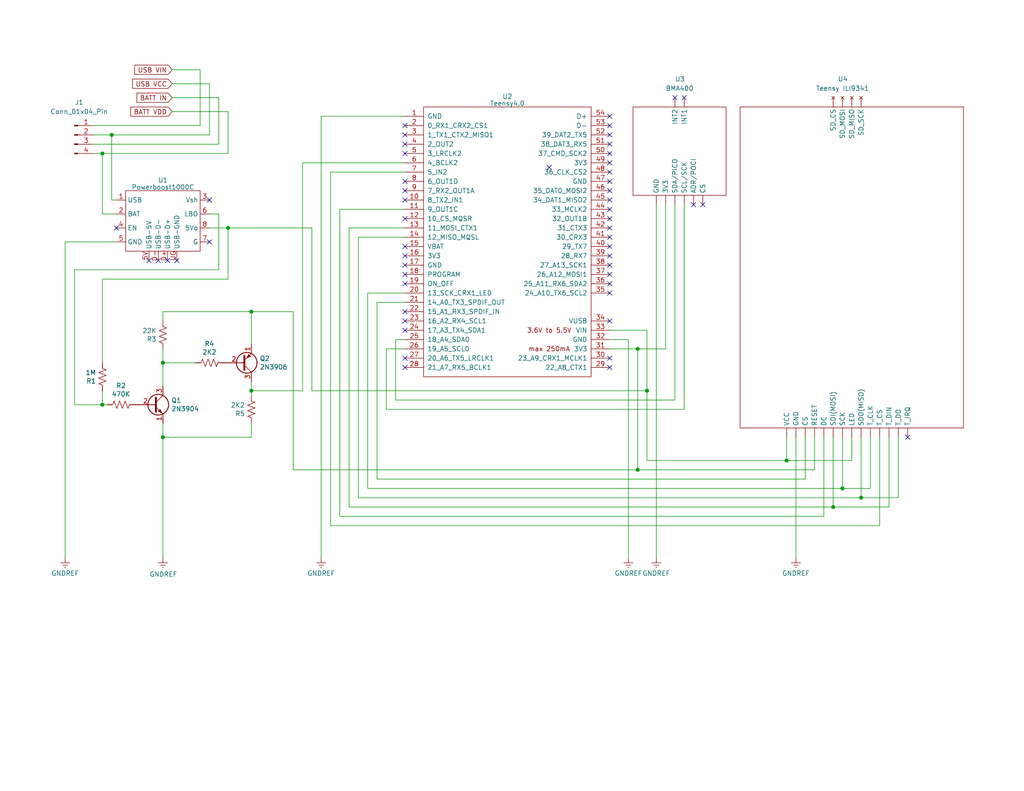
<source format=kicad_sch>
(kicad_sch (version 20230121) (generator eeschema)

  (uuid 40e83549-3702-4fa9-b9ab-1c775b6c5471)

  (paper "USLetter")

  (lib_symbols
    (symbol "Connector:Conn_01x04_Pin" (pin_names (offset 1.016) hide) (in_bom yes) (on_board yes)
      (property "Reference" "J" (at 0 5.08 0)
        (effects (font (size 1.27 1.27)))
      )
      (property "Value" "Conn_01x04_Pin" (at 0 -7.62 0)
        (effects (font (size 1.27 1.27)))
      )
      (property "Footprint" "" (at 0 0 0)
        (effects (font (size 1.27 1.27)) hide)
      )
      (property "Datasheet" "~" (at 0 0 0)
        (effects (font (size 1.27 1.27)) hide)
      )
      (property "ki_locked" "" (at 0 0 0)
        (effects (font (size 1.27 1.27)))
      )
      (property "ki_keywords" "connector" (at 0 0 0)
        (effects (font (size 1.27 1.27)) hide)
      )
      (property "ki_description" "Generic connector, single row, 01x04, script generated" (at 0 0 0)
        (effects (font (size 1.27 1.27)) hide)
      )
      (property "ki_fp_filters" "Connector*:*_1x??_*" (at 0 0 0)
        (effects (font (size 1.27 1.27)) hide)
      )
      (symbol "Conn_01x04_Pin_1_1"
        (polyline
          (pts
            (xy 1.27 -5.08)
            (xy 0.8636 -5.08)
          )
          (stroke (width 0.1524) (type default))
          (fill (type none))
        )
        (polyline
          (pts
            (xy 1.27 -2.54)
            (xy 0.8636 -2.54)
          )
          (stroke (width 0.1524) (type default))
          (fill (type none))
        )
        (polyline
          (pts
            (xy 1.27 0)
            (xy 0.8636 0)
          )
          (stroke (width 0.1524) (type default))
          (fill (type none))
        )
        (polyline
          (pts
            (xy 1.27 2.54)
            (xy 0.8636 2.54)
          )
          (stroke (width 0.1524) (type default))
          (fill (type none))
        )
        (rectangle (start 0.8636 -4.953) (end 0 -5.207)
          (stroke (width 0.1524) (type default))
          (fill (type outline))
        )
        (rectangle (start 0.8636 -2.413) (end 0 -2.667)
          (stroke (width 0.1524) (type default))
          (fill (type outline))
        )
        (rectangle (start 0.8636 0.127) (end 0 -0.127)
          (stroke (width 0.1524) (type default))
          (fill (type outline))
        )
        (rectangle (start 0.8636 2.667) (end 0 2.413)
          (stroke (width 0.1524) (type default))
          (fill (type outline))
        )
        (pin passive line (at 5.08 2.54 180) (length 3.81)
          (name "Pin_1" (effects (font (size 1.27 1.27))))
          (number "1" (effects (font (size 1.27 1.27))))
        )
        (pin passive line (at 5.08 0 180) (length 3.81)
          (name "Pin_2" (effects (font (size 1.27 1.27))))
          (number "2" (effects (font (size 1.27 1.27))))
        )
        (pin passive line (at 5.08 -2.54 180) (length 3.81)
          (name "Pin_3" (effects (font (size 1.27 1.27))))
          (number "3" (effects (font (size 1.27 1.27))))
        )
        (pin passive line (at 5.08 -5.08 180) (length 3.81)
          (name "Pin_4" (effects (font (size 1.27 1.27))))
          (number "4" (effects (font (size 1.27 1.27))))
        )
      )
    )
    (symbol "Device:R_US" (pin_numbers hide) (pin_names (offset 0)) (in_bom yes) (on_board yes)
      (property "Reference" "R" (at 2.54 0 90)
        (effects (font (size 1.27 1.27)))
      )
      (property "Value" "R_US" (at -2.54 0 90)
        (effects (font (size 1.27 1.27)))
      )
      (property "Footprint" "" (at 1.016 -0.254 90)
        (effects (font (size 1.27 1.27)) hide)
      )
      (property "Datasheet" "~" (at 0 0 0)
        (effects (font (size 1.27 1.27)) hide)
      )
      (property "ki_keywords" "R res resistor" (at 0 0 0)
        (effects (font (size 1.27 1.27)) hide)
      )
      (property "ki_description" "Resistor, US symbol" (at 0 0 0)
        (effects (font (size 1.27 1.27)) hide)
      )
      (property "ki_fp_filters" "R_*" (at 0 0 0)
        (effects (font (size 1.27 1.27)) hide)
      )
      (symbol "R_US_0_1"
        (polyline
          (pts
            (xy 0 -2.286)
            (xy 0 -2.54)
          )
          (stroke (width 0) (type default))
          (fill (type none))
        )
        (polyline
          (pts
            (xy 0 2.286)
            (xy 0 2.54)
          )
          (stroke (width 0) (type default))
          (fill (type none))
        )
        (polyline
          (pts
            (xy 0 -0.762)
            (xy 1.016 -1.143)
            (xy 0 -1.524)
            (xy -1.016 -1.905)
            (xy 0 -2.286)
          )
          (stroke (width 0) (type default))
          (fill (type none))
        )
        (polyline
          (pts
            (xy 0 0.762)
            (xy 1.016 0.381)
            (xy 0 0)
            (xy -1.016 -0.381)
            (xy 0 -0.762)
          )
          (stroke (width 0) (type default))
          (fill (type none))
        )
        (polyline
          (pts
            (xy 0 2.286)
            (xy 1.016 1.905)
            (xy 0 1.524)
            (xy -1.016 1.143)
            (xy 0 0.762)
          )
          (stroke (width 0) (type default))
          (fill (type none))
        )
      )
      (symbol "R_US_1_1"
        (pin passive line (at 0 3.81 270) (length 1.27)
          (name "~" (effects (font (size 1.27 1.27))))
          (number "1" (effects (font (size 1.27 1.27))))
        )
        (pin passive line (at 0 -3.81 90) (length 1.27)
          (name "~" (effects (font (size 1.27 1.27))))
          (number "2" (effects (font (size 1.27 1.27))))
        )
      )
    )
    (symbol "MJC:BMA400" (in_bom yes) (on_board yes)
      (property "Reference" "U" (at -17.78 -15.24 0)
        (effects (font (size 1.27 1.27)))
      )
      (property "Value" "BMA400" (at -17.78 -17.78 0)
        (effects (font (size 1.27 1.27)))
      )
      (property "Footprint" "" (at -17.78 -16.51 0)
        (effects (font (size 1.27 1.27)) hide)
      )
      (property "Datasheet" "" (at -17.78 -16.51 0)
        (effects (font (size 1.27 1.27)) hide)
      )
      (symbol "BMA400_0_1"
        (rectangle (start -12.7 -3.81) (end 12.7 -27.94)
          (stroke (width 0) (type default))
          (fill (type none))
        )
      )
      (symbol "BMA400_1_1"
        (pin power_in line (at -3.81 -30.48 90) (length 2.54)
          (name "3V3" (effects (font (size 1.27 1.27))))
          (number "" (effects (font (size 1.27 1.27))))
        )
        (pin input line (at 3.81 -30.48 90) (length 2.54)
          (name "ADR/POCI" (effects (font (size 1.27 1.27))))
          (number "" (effects (font (size 1.27 1.27))))
        )
        (pin input line (at 6.35 -30.48 90) (length 2.54)
          (name "CS" (effects (font (size 1.27 1.27))))
          (number "" (effects (font (size 1.27 1.27))))
        )
        (pin power_in line (at -6.35 -30.48 90) (length 2.54)
          (name "GND" (effects (font (size 1.27 1.27))))
          (number "" (effects (font (size 1.27 1.27))))
        )
        (pin output line (at 1.27 -1.27 270) (length 2.54)
          (name "INT1" (effects (font (size 1.27 1.27))))
          (number "" (effects (font (size 1.27 1.27))))
        )
        (pin output line (at -1.27 -1.27 270) (length 2.54)
          (name "INT2" (effects (font (size 1.27 1.27))))
          (number "" (effects (font (size 1.27 1.27))))
        )
        (pin input line (at 1.27 -30.48 90) (length 2.54)
          (name "SCL/SCK" (effects (font (size 1.27 1.27))))
          (number "" (effects (font (size 1.27 1.27))))
        )
        (pin bidirectional line (at -1.27 -30.48 90) (length 2.54)
          (name "SDA/PICO" (effects (font (size 1.27 1.27))))
          (number "" (effects (font (size 1.27 1.27))))
        )
      )
    )
    (symbol "MJC:Powerboost1000C" (in_bom yes) (on_board yes)
      (property "Reference" "U" (at 0 17.78 0)
        (effects (font (size 1.27 1.27)))
      )
      (property "Value" "Powerboost1000C" (at 0 15.0114 0)
        (effects (font (size 1.27 1.27)))
      )
      (property "Footprint" "" (at 0 16.51 0)
        (effects (font (size 1.27 1.27)) hide)
      )
      (property "Datasheet" "" (at 0 16.51 0)
        (effects (font (size 1.27 1.27)) hide)
      )
      (symbol "Powerboost1000C_0_1"
        (rectangle (start 10.16 12.7) (end -10.16 -3.81)
          (stroke (width 0) (type solid))
          (fill (type none))
        )
      )
      (symbol "Powerboost1000C_1_1"
        (pin power_in line (at -12.7 10.16 0) (length 2.54)
          (name "USB" (effects (font (size 1.27 1.27))))
          (number "1" (effects (font (size 1.27 1.27))))
        )
        (pin power_in line (at -12.7 6.35 0) (length 2.54)
          (name "BAT" (effects (font (size 1.27 1.27))))
          (number "2" (effects (font (size 1.27 1.27))))
        )
        (pin passive line (at 12.7 10.16 180) (length 2.54)
          (name "Vsh" (effects (font (size 1.27 1.27))))
          (number "3" (effects (font (size 1.27 1.27))))
        )
        (pin input line (at -12.7 2.54 0) (length 2.54)
          (name "EN" (effects (font (size 1.27 1.27))))
          (number "4" (effects (font (size 1.27 1.27))))
        )
        (pin passive line (at -12.7 -1.27 0) (length 2.54)
          (name "GND" (effects (font (size 1.27 1.27))))
          (number "5" (effects (font (size 1.27 1.27))))
        )
        (pin passive line (at -3.81 -6.35 90) (length 2.54)
          (name "USB-5V" (effects (font (size 1.27 1.27))))
          (number "5V" (effects (font (size 1.27 1.27))))
        )
        (pin output line (at 12.7 6.35 180) (length 2.54)
          (name "LBO" (effects (font (size 1.27 1.27))))
          (number "6" (effects (font (size 1.27 1.27))))
        )
        (pin passive line (at 12.7 -1.27 180) (length 2.54)
          (name "G" (effects (font (size 1.27 1.27))))
          (number "7" (effects (font (size 1.27 1.27))))
        )
        (pin power_out line (at 12.7 2.54 180) (length 2.54)
          (name "5Vo" (effects (font (size 1.27 1.27))))
          (number "8" (effects (font (size 1.27 1.27))))
        )
        (pin passive line (at 1.27 -6.35 90) (length 2.54)
          (name "USB-D+" (effects (font (size 1.27 1.27))))
          (number "D+" (effects (font (size 1.27 1.27))))
        )
        (pin passive line (at -1.27 -6.35 90) (length 2.54)
          (name "USB-D-" (effects (font (size 1.27 1.27))))
          (number "D-" (effects (font (size 1.27 1.27))))
        )
        (pin passive line (at 3.81 -6.35 90) (length 2.54)
          (name "USB-GND" (effects (font (size 1.27 1.27))))
          (number "UG" (effects (font (size 1.27 1.27))))
        )
      )
    )
    (symbol "Transistor_BJT:2N3904" (pin_names (offset 0) hide) (in_bom yes) (on_board yes)
      (property "Reference" "Q" (at 5.08 1.905 0)
        (effects (font (size 1.27 1.27)) (justify left))
      )
      (property "Value" "2N3904" (at 5.08 0 0)
        (effects (font (size 1.27 1.27)) (justify left))
      )
      (property "Footprint" "Package_TO_SOT_THT:TO-92_Inline" (at 5.08 -1.905 0)
        (effects (font (size 1.27 1.27) italic) (justify left) hide)
      )
      (property "Datasheet" "https://www.onsemi.com/pub/Collateral/2N3903-D.PDF" (at 0 0 0)
        (effects (font (size 1.27 1.27)) (justify left) hide)
      )
      (property "ki_keywords" "NPN Transistor" (at 0 0 0)
        (effects (font (size 1.27 1.27)) hide)
      )
      (property "ki_description" "0.2A Ic, 40V Vce, Small Signal NPN Transistor, TO-92" (at 0 0 0)
        (effects (font (size 1.27 1.27)) hide)
      )
      (property "ki_fp_filters" "TO?92*" (at 0 0 0)
        (effects (font (size 1.27 1.27)) hide)
      )
      (symbol "2N3904_0_1"
        (polyline
          (pts
            (xy 0.635 0.635)
            (xy 2.54 2.54)
          )
          (stroke (width 0) (type default))
          (fill (type none))
        )
        (polyline
          (pts
            (xy 0.635 -0.635)
            (xy 2.54 -2.54)
            (xy 2.54 -2.54)
          )
          (stroke (width 0) (type default))
          (fill (type none))
        )
        (polyline
          (pts
            (xy 0.635 1.905)
            (xy 0.635 -1.905)
            (xy 0.635 -1.905)
          )
          (stroke (width 0.508) (type default))
          (fill (type none))
        )
        (polyline
          (pts
            (xy 1.27 -1.778)
            (xy 1.778 -1.27)
            (xy 2.286 -2.286)
            (xy 1.27 -1.778)
            (xy 1.27 -1.778)
          )
          (stroke (width 0) (type default))
          (fill (type outline))
        )
        (circle (center 1.27 0) (radius 2.8194)
          (stroke (width 0.254) (type default))
          (fill (type none))
        )
      )
      (symbol "2N3904_1_1"
        (pin passive line (at 2.54 -5.08 90) (length 2.54)
          (name "E" (effects (font (size 1.27 1.27))))
          (number "1" (effects (font (size 1.27 1.27))))
        )
        (pin passive line (at -5.08 0 0) (length 5.715)
          (name "B" (effects (font (size 1.27 1.27))))
          (number "2" (effects (font (size 1.27 1.27))))
        )
        (pin passive line (at 2.54 5.08 270) (length 2.54)
          (name "C" (effects (font (size 1.27 1.27))))
          (number "3" (effects (font (size 1.27 1.27))))
        )
      )
    )
    (symbol "Transistor_BJT:2N3906" (pin_names (offset 0) hide) (in_bom yes) (on_board yes)
      (property "Reference" "Q" (at 5.08 1.905 0)
        (effects (font (size 1.27 1.27)) (justify left))
      )
      (property "Value" "2N3906" (at 5.08 0 0)
        (effects (font (size 1.27 1.27)) (justify left))
      )
      (property "Footprint" "Package_TO_SOT_THT:TO-92_Inline" (at 5.08 -1.905 0)
        (effects (font (size 1.27 1.27) italic) (justify left) hide)
      )
      (property "Datasheet" "https://www.onsemi.com/pub/Collateral/2N3906-D.PDF" (at 0 0 0)
        (effects (font (size 1.27 1.27)) (justify left) hide)
      )
      (property "ki_keywords" "PNP Transistor" (at 0 0 0)
        (effects (font (size 1.27 1.27)) hide)
      )
      (property "ki_description" "-0.2A Ic, -40V Vce, Small Signal PNP Transistor, TO-92" (at 0 0 0)
        (effects (font (size 1.27 1.27)) hide)
      )
      (property "ki_fp_filters" "TO?92*" (at 0 0 0)
        (effects (font (size 1.27 1.27)) hide)
      )
      (symbol "2N3906_0_1"
        (polyline
          (pts
            (xy 0.635 0.635)
            (xy 2.54 2.54)
          )
          (stroke (width 0) (type default))
          (fill (type none))
        )
        (polyline
          (pts
            (xy 0.635 -0.635)
            (xy 2.54 -2.54)
            (xy 2.54 -2.54)
          )
          (stroke (width 0) (type default))
          (fill (type none))
        )
        (polyline
          (pts
            (xy 0.635 1.905)
            (xy 0.635 -1.905)
            (xy 0.635 -1.905)
          )
          (stroke (width 0.508) (type default))
          (fill (type none))
        )
        (polyline
          (pts
            (xy 2.286 -1.778)
            (xy 1.778 -2.286)
            (xy 1.27 -1.27)
            (xy 2.286 -1.778)
            (xy 2.286 -1.778)
          )
          (stroke (width 0) (type default))
          (fill (type outline))
        )
        (circle (center 1.27 0) (radius 2.8194)
          (stroke (width 0.254) (type default))
          (fill (type none))
        )
      )
      (symbol "2N3906_1_1"
        (pin passive line (at 2.54 -5.08 90) (length 2.54)
          (name "E" (effects (font (size 1.27 1.27))))
          (number "1" (effects (font (size 1.27 1.27))))
        )
        (pin input line (at -5.08 0 0) (length 5.715)
          (name "B" (effects (font (size 1.27 1.27))))
          (number "2" (effects (font (size 1.27 1.27))))
        )
        (pin passive line (at 2.54 5.08 270) (length 2.54)
          (name "C" (effects (font (size 1.27 1.27))))
          (number "3" (effects (font (size 1.27 1.27))))
        )
      )
    )
    (symbol "power:GNDREF" (power) (pin_names (offset 0)) (in_bom yes) (on_board yes)
      (property "Reference" "#PWR" (at 0 -6.35 0)
        (effects (font (size 1.27 1.27)) hide)
      )
      (property "Value" "GNDREF" (at 0 -3.81 0)
        (effects (font (size 1.27 1.27)))
      )
      (property "Footprint" "" (at 0 0 0)
        (effects (font (size 1.27 1.27)) hide)
      )
      (property "Datasheet" "" (at 0 0 0)
        (effects (font (size 1.27 1.27)) hide)
      )
      (property "ki_keywords" "global power" (at 0 0 0)
        (effects (font (size 1.27 1.27)) hide)
      )
      (property "ki_description" "Power symbol creates a global label with name \"GNDREF\" , reference supply ground" (at 0 0 0)
        (effects (font (size 1.27 1.27)) hide)
      )
      (symbol "GNDREF_0_1"
        (polyline
          (pts
            (xy -0.635 -1.905)
            (xy 0.635 -1.905)
          )
          (stroke (width 0) (type default))
          (fill (type none))
        )
        (polyline
          (pts
            (xy -0.127 -2.54)
            (xy 0.127 -2.54)
          )
          (stroke (width 0) (type default))
          (fill (type none))
        )
        (polyline
          (pts
            (xy 0 -1.27)
            (xy 0 0)
          )
          (stroke (width 0) (type default))
          (fill (type none))
        )
        (polyline
          (pts
            (xy 1.27 -1.27)
            (xy -1.27 -1.27)
          )
          (stroke (width 0) (type default))
          (fill (type none))
        )
      )
      (symbol "GNDREF_1_1"
        (pin power_in line (at 0 0 270) (length 0) hide
          (name "GNDREF" (effects (font (size 1.27 1.27))))
          (number "1" (effects (font (size 1.27 1.27))))
        )
      )
    )
    (symbol "teensy:Teensy4.0" (pin_names (offset 1.016)) (in_bom yes) (on_board yes)
      (property "Reference" "U" (at 0 39.37 0)
        (effects (font (size 1.27 1.27)))
      )
      (property "Value" "Teensy4.0" (at 0 -39.37 0)
        (effects (font (size 1.27 1.27)))
      )
      (property "Footprint" "" (at -10.16 5.08 0)
        (effects (font (size 1.27 1.27)) hide)
      )
      (property "Datasheet" "" (at -10.16 5.08 0)
        (effects (font (size 1.27 1.27)) hide)
      )
      (symbol "Teensy4.0_0_0"
        (text "3.6V to 5.5V" (at 11.43 -24.13 0)
          (effects (font (size 1.27 1.27)))
        )
        (text "max 250mA" (at 11.43 -29.21 0)
          (effects (font (size 1.27 1.27)))
        )
        (pin bidirectional line (at -27.94 11.43 0) (length 5.08)
          (name "8_TX2_IN1" (effects (font (size 1.27 1.27))))
          (number "10" (effects (font (size 1.27 1.27))))
        )
        (pin bidirectional line (at -27.94 8.89 0) (length 5.08)
          (name "9_OUT1C" (effects (font (size 1.27 1.27))))
          (number "11" (effects (font (size 1.27 1.27))))
        )
        (pin bidirectional line (at -27.94 6.35 0) (length 5.08)
          (name "10_CS_MQSR" (effects (font (size 1.27 1.27))))
          (number "12" (effects (font (size 1.27 1.27))))
        )
        (pin bidirectional line (at -27.94 3.81 0) (length 5.08)
          (name "11_MOSI_CTX1" (effects (font (size 1.27 1.27))))
          (number "13" (effects (font (size 1.27 1.27))))
        )
        (pin bidirectional line (at -27.94 1.27 0) (length 5.08)
          (name "12_MISO_MQSL" (effects (font (size 1.27 1.27))))
          (number "14" (effects (font (size 1.27 1.27))))
        )
        (pin power_in line (at -27.94 -1.27 0) (length 5.08)
          (name "VBAT" (effects (font (size 1.27 1.27))))
          (number "15" (effects (font (size 1.27 1.27))))
        )
        (pin power_in line (at -27.94 -3.81 0) (length 5.08)
          (name "3V3" (effects (font (size 1.27 1.27))))
          (number "16" (effects (font (size 1.27 1.27))))
        )
        (pin power_in line (at -27.94 -6.35 0) (length 5.08)
          (name "GND" (effects (font (size 1.27 1.27))))
          (number "17" (effects (font (size 1.27 1.27))))
        )
        (pin input line (at -27.94 -8.89 0) (length 5.08)
          (name "PROGRAM" (effects (font (size 1.27 1.27))))
          (number "18" (effects (font (size 1.27 1.27))))
        )
        (pin input line (at -27.94 -11.43 0) (length 5.08)
          (name "ON_OFF" (effects (font (size 1.27 1.27))))
          (number "19" (effects (font (size 1.27 1.27))))
        )
        (pin bidirectional line (at -27.94 -13.97 0) (length 5.08)
          (name "13_SCK_CRX1_LED" (effects (font (size 1.27 1.27))))
          (number "20" (effects (font (size 1.27 1.27))))
        )
        (pin bidirectional line (at -27.94 -16.51 0) (length 5.08)
          (name "14_A0_TX3_SPDIF_OUT" (effects (font (size 1.27 1.27))))
          (number "21" (effects (font (size 1.27 1.27))))
        )
        (pin bidirectional line (at -27.94 -19.05 0) (length 5.08)
          (name "15_A1_RX3_SPDIF_IN" (effects (font (size 1.27 1.27))))
          (number "22" (effects (font (size 1.27 1.27))))
        )
        (pin bidirectional line (at -27.94 -21.59 0) (length 5.08)
          (name "16_A2_RX4_SCL1" (effects (font (size 1.27 1.27))))
          (number "23" (effects (font (size 1.27 1.27))))
        )
        (pin bidirectional line (at -27.94 -24.13 0) (length 5.08)
          (name "17_A3_TX4_SDA1" (effects (font (size 1.27 1.27))))
          (number "24" (effects (font (size 1.27 1.27))))
        )
        (pin bidirectional line (at -27.94 -26.67 0) (length 5.08)
          (name "18_A4_SDA0" (effects (font (size 1.27 1.27))))
          (number "25" (effects (font (size 1.27 1.27))))
        )
        (pin bidirectional line (at -27.94 -29.21 0) (length 5.08)
          (name "19_A5_SCL0" (effects (font (size 1.27 1.27))))
          (number "26" (effects (font (size 1.27 1.27))))
        )
        (pin bidirectional line (at -27.94 -31.75 0) (length 5.08)
          (name "20_A6_TX5_LRCLK1" (effects (font (size 1.27 1.27))))
          (number "27" (effects (font (size 1.27 1.27))))
        )
        (pin bidirectional line (at -27.94 -34.29 0) (length 5.08)
          (name "21_A7_RX5_BCLK1" (effects (font (size 1.27 1.27))))
          (number "28" (effects (font (size 1.27 1.27))))
        )
        (pin bidirectional line (at 27.94 -34.29 180) (length 5.08)
          (name "22_A8_CTX1" (effects (font (size 1.27 1.27))))
          (number "29" (effects (font (size 1.27 1.27))))
        )
        (pin bidirectional line (at 27.94 -31.75 180) (length 5.08)
          (name "23_A9_CRX1_MCLK1" (effects (font (size 1.27 1.27))))
          (number "30" (effects (font (size 1.27 1.27))))
        )
        (pin power_out line (at 27.94 -29.21 180) (length 5.08)
          (name "3V3" (effects (font (size 1.27 1.27))))
          (number "31" (effects (font (size 1.27 1.27))))
        )
        (pin power_in line (at 27.94 -26.67 180) (length 5.08)
          (name "GND" (effects (font (size 1.27 1.27))))
          (number "32" (effects (font (size 1.27 1.27))))
        )
        (pin power_in line (at 27.94 -24.13 180) (length 5.08)
          (name "VIN" (effects (font (size 1.27 1.27))))
          (number "33" (effects (font (size 1.27 1.27))))
        )
        (pin power_out line (at 27.94 -21.59 180) (length 5.08)
          (name "VUSB" (effects (font (size 1.27 1.27))))
          (number "34" (effects (font (size 1.27 1.27))))
        )
        (pin bidirectional line (at 27.94 -13.97 180) (length 5.08)
          (name "24_A10_TX6_SCL2" (effects (font (size 1.27 1.27))))
          (number "35" (effects (font (size 1.27 1.27))))
        )
        (pin bidirectional line (at 27.94 -11.43 180) (length 5.08)
          (name "25_A11_RX6_SDA2" (effects (font (size 1.27 1.27))))
          (number "36" (effects (font (size 1.27 1.27))))
        )
        (pin bidirectional line (at 27.94 -8.89 180) (length 5.08)
          (name "26_A12_MOSI1" (effects (font (size 1.27 1.27))))
          (number "37" (effects (font (size 1.27 1.27))))
        )
        (pin bidirectional line (at 27.94 -6.35 180) (length 5.08)
          (name "27_A13_SCK1" (effects (font (size 1.27 1.27))))
          (number "38" (effects (font (size 1.27 1.27))))
        )
        (pin bidirectional line (at 27.94 -3.81 180) (length 5.08)
          (name "28_RX7" (effects (font (size 1.27 1.27))))
          (number "39" (effects (font (size 1.27 1.27))))
        )
        (pin bidirectional line (at 27.94 -1.27 180) (length 5.08)
          (name "29_TX7" (effects (font (size 1.27 1.27))))
          (number "40" (effects (font (size 1.27 1.27))))
        )
        (pin bidirectional line (at 27.94 1.27 180) (length 5.08)
          (name "30_CRX3" (effects (font (size 1.27 1.27))))
          (number "41" (effects (font (size 1.27 1.27))))
        )
        (pin bidirectional line (at 27.94 3.81 180) (length 5.08)
          (name "31_CTX3" (effects (font (size 1.27 1.27))))
          (number "42" (effects (font (size 1.27 1.27))))
        )
        (pin bidirectional line (at 27.94 6.35 180) (length 5.08)
          (name "32_OUT1B" (effects (font (size 1.27 1.27))))
          (number "43" (effects (font (size 1.27 1.27))))
        )
        (pin bidirectional line (at 27.94 8.89 180) (length 5.08)
          (name "33_MCLK2" (effects (font (size 1.27 1.27))))
          (number "44" (effects (font (size 1.27 1.27))))
        )
        (pin bidirectional line (at 27.94 11.43 180) (length 5.08)
          (name "34_DAT1_MISO2" (effects (font (size 1.27 1.27))))
          (number "45" (effects (font (size 1.27 1.27))))
        )
        (pin bidirectional line (at 27.94 13.97 180) (length 5.08)
          (name "35_DAT0_MOSI2" (effects (font (size 1.27 1.27))))
          (number "46" (effects (font (size 1.27 1.27))))
        )
        (pin power_in line (at 27.94 16.51 180) (length 5.08)
          (name "GND" (effects (font (size 1.27 1.27))))
          (number "47" (effects (font (size 1.27 1.27))))
        )
        (pin bidirectional line (at 27.94 19.05 180) (length 5.08)
          (name "36_CLK_CS2" (effects (font (size 1.27 1.27))))
          (number "48" (effects (font (size 1.27 1.27))))
        )
        (pin power_out line (at 27.94 21.59 180) (length 5.08)
          (name "3V3" (effects (font (size 1.27 1.27))))
          (number "49" (effects (font (size 1.27 1.27))))
        )
        (pin bidirectional line (at -27.94 24.13 0) (length 5.08)
          (name "3_LRCLK2" (effects (font (size 1.27 1.27))))
          (number "5" (effects (font (size 1.27 1.27))))
        )
        (pin bidirectional line (at 27.94 24.13 180) (length 5.08)
          (name "37_CMD_SCK2" (effects (font (size 1.27 1.27))))
          (number "50" (effects (font (size 1.27 1.27))))
        )
        (pin bidirectional line (at 27.94 26.67 180) (length 5.08)
          (name "38_DAT3_RX5" (effects (font (size 1.27 1.27))))
          (number "51" (effects (font (size 1.27 1.27))))
        )
        (pin bidirectional line (at 27.94 29.21 180) (length 5.08)
          (name "39_DAT2_TX5" (effects (font (size 1.27 1.27))))
          (number "52" (effects (font (size 1.27 1.27))))
        )
        (pin bidirectional line (at 27.94 31.75 180) (length 5.08)
          (name "D-" (effects (font (size 1.27 1.27))))
          (number "53" (effects (font (size 1.27 1.27))))
        )
        (pin bidirectional line (at 27.94 34.29 180) (length 5.08)
          (name "D+" (effects (font (size 1.27 1.27))))
          (number "54" (effects (font (size 1.27 1.27))))
        )
        (pin bidirectional line (at -27.94 21.59 0) (length 5.08)
          (name "4_BCLK2" (effects (font (size 1.27 1.27))))
          (number "6" (effects (font (size 1.27 1.27))))
        )
        (pin bidirectional line (at -27.94 19.05 0) (length 5.08)
          (name "5_IN2" (effects (font (size 1.27 1.27))))
          (number "7" (effects (font (size 1.27 1.27))))
        )
        (pin bidirectional line (at -27.94 16.51 0) (length 5.08)
          (name "6_OUT1D" (effects (font (size 1.27 1.27))))
          (number "8" (effects (font (size 1.27 1.27))))
        )
        (pin bidirectional line (at -27.94 13.97 0) (length 5.08)
          (name "7_RX2_OUT1A" (effects (font (size 1.27 1.27))))
          (number "9" (effects (font (size 1.27 1.27))))
        )
      )
      (symbol "Teensy4.0_0_1"
        (rectangle (start -22.86 36.83) (end 22.86 -36.83)
          (stroke (width 0) (type solid))
          (fill (type none))
        )
        (rectangle (start -20.32 -31.75) (end -20.32 -31.75)
          (stroke (width 0) (type solid))
          (fill (type none))
        )
      )
      (symbol "Teensy4.0_1_1"
        (pin power_in line (at -27.94 34.29 0) (length 5.08)
          (name "GND" (effects (font (size 1.27 1.27))))
          (number "1" (effects (font (size 1.27 1.27))))
        )
        (pin bidirectional line (at -27.94 31.75 0) (length 5.08)
          (name "0_RX1_CRX2_CS1" (effects (font (size 1.27 1.27))))
          (number "2" (effects (font (size 1.27 1.27))))
        )
        (pin bidirectional line (at -27.94 29.21 0) (length 5.08)
          (name "1_TX1_CTX2_MISO1" (effects (font (size 1.27 1.27))))
          (number "3" (effects (font (size 1.27 1.27))))
        )
        (pin bidirectional line (at -27.94 26.67 0) (length 5.08)
          (name "2_OUT2" (effects (font (size 1.27 1.27))))
          (number "4" (effects (font (size 1.27 1.27))))
        )
      )
    )
    (symbol "teensy:Teensy_ILI9341" (in_bom yes) (on_board yes)
      (property "Reference" "U" (at 0 1.27 0)
        (effects (font (size 1.27 1.27)))
      )
      (property "Value" "Teensy ILI9341" (at 0 0 0)
        (effects (font (size 1.27 1.27)))
      )
      (property "Footprint" "" (at 0 0 0)
        (effects (font (size 1.27 1.27)) hide)
      )
      (property "Datasheet" "" (at 0 0 0)
        (effects (font (size 1.27 1.27)) hide)
      )
      (symbol "Teensy_ILI9341_1_1"
        (rectangle (start -25.4 -2.54) (end 62.23 -63.5)
          (stroke (width 0) (type default))
          (fill (type none))
        )
        (pin input line (at -27.94 -20.32 0) (length 2.54)
          (name "CS" (effects (font (size 1.27 1.27))))
          (number "" (effects (font (size 1.27 1.27))))
        )
        (pin input line (at -27.94 -25.4 0) (length 2.54)
          (name "DC" (effects (font (size 1.27 1.27))))
          (number "" (effects (font (size 1.27 1.27))))
        )
        (pin power_in line (at -27.94 -17.78 0) (length 2.54)
          (name "GND" (effects (font (size 1.27 1.27))))
          (number "" (effects (font (size 1.27 1.27))))
        )
        (pin input line (at -27.94 -33.02 0) (length 2.54)
          (name "LED" (effects (font (size 1.27 1.27))))
          (number "" (effects (font (size 1.27 1.27))))
        )
        (pin input line (at -27.94 -22.86 0) (length 2.54)
          (name "RESET" (effects (font (size 1.27 1.27))))
          (number "" (effects (font (size 1.27 1.27))))
        )
        (pin input line (at -27.94 -30.48 0) (length 2.54)
          (name "SCK" (effects (font (size 1.27 1.27))))
          (number "" (effects (font (size 1.27 1.27))))
        )
        (pin input line (at -27.94 -27.94 0) (length 2.54)
          (name "SDI(MOSI)" (effects (font (size 1.27 1.27))))
          (number "" (effects (font (size 1.27 1.27))))
        )
        (pin output line (at -27.94 -35.56 0) (length 2.54)
          (name "SDO(MISO)" (effects (font (size 1.27 1.27))))
          (number "" (effects (font (size 1.27 1.27))))
        )
        (pin no_connect line (at 64.77 -27.94 180) (length 2.54)
          (name "SD_CS" (effects (font (size 1.27 1.27))))
          (number "" (effects (font (size 1.27 1.27))))
        )
        (pin no_connect line (at 64.77 -33.02 180) (length 2.54)
          (name "SD_MISO" (effects (font (size 1.27 1.27))))
          (number "" (effects (font (size 1.27 1.27))))
        )
        (pin no_connect line (at 64.77 -30.48 180) (length 2.54)
          (name "SD_MOSI" (effects (font (size 1.27 1.27))))
          (number "" (effects (font (size 1.27 1.27))))
        )
        (pin no_connect line (at 64.77 -35.56 180) (length 2.54)
          (name "SD_SCK" (effects (font (size 1.27 1.27))))
          (number "" (effects (font (size 1.27 1.27))))
        )
        (pin input line (at -27.94 -38.1 0) (length 2.54)
          (name "T_CLK" (effects (font (size 1.27 1.27))))
          (number "" (effects (font (size 1.27 1.27))))
        )
        (pin input line (at -27.94 -40.64 0) (length 2.54)
          (name "T_CS" (effects (font (size 1.27 1.27))))
          (number "" (effects (font (size 1.27 1.27))))
        )
        (pin input line (at -27.94 -43.18 0) (length 2.54)
          (name "T_DIN" (effects (font (size 1.27 1.27))))
          (number "" (effects (font (size 1.27 1.27))))
        )
        (pin output line (at -27.94 -45.72 0) (length 2.54)
          (name "T_DO" (effects (font (size 1.27 1.27))))
          (number "" (effects (font (size 1.27 1.27))))
        )
        (pin output line (at -27.94 -48.26 0) (length 2.54)
          (name "T_IRQ" (effects (font (size 1.27 1.27))))
          (number "" (effects (font (size 1.27 1.27))))
        )
        (pin power_in line (at -27.94 -15.24 0) (length 2.54)
          (name "VCC" (effects (font (size 1.27 1.27))))
          (number "" (effects (font (size 1.27 1.27))))
        )
      )
    )
  )

  (junction (at 27.94 110.49) (diameter 0) (color 0 0 0 0)
    (uuid 4cd2c0ae-2524-4284-b940-533e8d4b0b62)
  )
  (junction (at 234.95 135.89) (diameter 0) (color 0 0 0 0)
    (uuid 55f59fc1-d50f-417a-879a-ba4befa6eaab)
  )
  (junction (at 44.45 99.06) (diameter 0) (color 0 0 0 0)
    (uuid 58d3e9a7-fa92-4c50-a145-b70428e37710)
  )
  (junction (at 68.58 106.68) (diameter 0) (color 0 0 0 0)
    (uuid 5cc168d1-2104-44b0-ab0f-ccf3d4ac64fa)
  )
  (junction (at 27.94 41.91) (diameter 0) (color 0 0 0 0)
    (uuid 6498721a-41be-4fa2-897f-8903373d8abe)
  )
  (junction (at 173.99 128.27) (diameter 0) (color 0 0 0 0)
    (uuid 7146bb69-59cd-4d28-8826-af2b2c68074e)
  )
  (junction (at 173.99 95.25) (diameter 0) (color 0 0 0 0)
    (uuid 81b8be08-d0fb-4f34-aa76-0158a63e919e)
  )
  (junction (at 214.63 125.73) (diameter 0) (color 0 0 0 0)
    (uuid 98192a8f-f2be-4d9b-aa23-3a494e66efac)
  )
  (junction (at 227.33 138.43) (diameter 0) (color 0 0 0 0)
    (uuid 9a8ebbc5-0cf0-4837-a518-bd80cf278af3)
  )
  (junction (at 44.45 119.38) (diameter 0) (color 0 0 0 0)
    (uuid 9fa6d00a-1d66-48e2-aff1-b5b90888c677)
  )
  (junction (at 62.23 62.23) (diameter 0) (color 0 0 0 0)
    (uuid a04690b0-fe59-44f9-b90e-72c702316a17)
  )
  (junction (at 176.53 106.68) (diameter 0) (color 0 0 0 0)
    (uuid d4863880-2089-48c7-b1a6-f6a976a1c772)
  )
  (junction (at 68.58 85.09) (diameter 0) (color 0 0 0 0)
    (uuid d8488e59-d163-4391-9f8e-a1f85e284da6)
  )
  (junction (at 229.87 133.35) (diameter 0) (color 0 0 0 0)
    (uuid df1138e5-2f55-4152-8533-bbadf376b7bb)
  )
  (junction (at 30.48 36.83) (diameter 0) (color 0 0 0 0)
    (uuid fea28709-4b9f-47be-81aa-850c4f12bce1)
  )

  (no_connect (at 110.49 39.37) (uuid 00e3bd24-e43a-4d02-abb6-83ede6004745))
  (no_connect (at 189.23 55.88) (uuid 0dc8fcaa-cef7-4609-a678-48e76f171c0b))
  (no_connect (at 166.37 44.45) (uuid 10022540-7415-45e3-99e9-6717cb67334e))
  (no_connect (at 191.77 55.88) (uuid 1278580c-4ab4-4568-b0ab-3267c10cd1dc))
  (no_connect (at 110.49 87.63) (uuid 12c47940-8226-4a4c-ac02-17fbe12bf59a))
  (no_connect (at 166.37 54.61) (uuid 1b24faed-604c-487a-b232-089b9ea8f4a0))
  (no_connect (at 166.37 59.69) (uuid 1c9a19a3-9f2f-4918-a43e-d47a563b9d98))
  (no_connect (at 166.37 52.07) (uuid 26435458-1696-40b0-9035-efb4c3a2d28d))
  (no_connect (at 43.18 71.12) (uuid 317bd331-cf41-4044-8340-078797a706c7))
  (no_connect (at 110.49 90.17) (uuid 3262e639-8ba6-4fc1-870b-78baf7ed4148))
  (no_connect (at 186.69 26.67) (uuid 345dcd38-ae01-4091-9317-8c30a77ebbdf))
  (no_connect (at 110.49 59.69) (uuid 3560d2e7-ea2c-4edf-b9ab-9bd8c8b27e18))
  (no_connect (at 110.49 34.29) (uuid 35de18d9-676f-48c7-b9b5-c094d9a91356))
  (no_connect (at 110.49 72.39) (uuid 3ed74640-9733-4724-a5cf-2e3e9210f9b2))
  (no_connect (at 166.37 67.31) (uuid 4f180ea5-7f8c-4308-be2f-d763fceb02e7))
  (no_connect (at 166.37 64.77) (uuid 55a5ca5b-3ab2-4e9b-a40a-2463390218ea))
  (no_connect (at 31.75 62.23) (uuid 5893cd15-4196-4f96-9aba-601f45f395e0))
  (no_connect (at 45.72 71.12) (uuid 5d7054c8-d07a-408e-89a4-917676ce1a2c))
  (no_connect (at 166.37 97.79) (uuid 612295ee-635a-4c8e-9a91-918b7703dbe4))
  (no_connect (at 247.65 119.38) (uuid 66165e3a-f6b0-42c3-b046-8aba128c9853))
  (no_connect (at 166.37 39.37) (uuid 70177484-e4d0-4de9-9686-8b1b81e89391))
  (no_connect (at 57.15 54.61) (uuid 72c4d688-e5d4-4f5b-a48e-fbc3bc76368b))
  (no_connect (at 166.37 62.23) (uuid 78aff4f0-352a-4fc3-a067-31bc1d27bb67))
  (no_connect (at 110.49 36.83) (uuid 836ceb2c-9959-4baf-8256-665768973727))
  (no_connect (at 110.49 52.07) (uuid 849156bc-ee35-4487-887e-69ceea8472a8))
  (no_connect (at 110.49 74.93) (uuid 85b4ca9c-a6c5-4243-8afb-7a49b5ba046d))
  (no_connect (at 166.37 87.63) (uuid 8a2ac981-1861-4220-a85c-451242aa98f8))
  (no_connect (at 166.37 80.01) (uuid 8b567786-3132-41cf-82f5-000e5ea70c09))
  (no_connect (at 40.64 71.12) (uuid 8bf6ec8b-8aef-445a-8d70-0181060db261))
  (no_connect (at 110.49 97.79) (uuid 911d5ae5-d683-46d9-b38e-584c7e8792e5))
  (no_connect (at 166.37 77.47) (uuid 91729224-2774-40b2-ac1d-14164a22e842))
  (no_connect (at 166.37 46.99) (uuid 97dcdc73-41ef-49e3-88b9-b199fdb4c0fb))
  (no_connect (at 110.49 41.91) (uuid 990d5aa9-bcb0-4879-a92e-f31eba8a6209))
  (no_connect (at 57.15 66.04) (uuid a2d1a107-d71f-42e3-8731-a2938ff05b00))
  (no_connect (at 166.37 100.33) (uuid a35969f0-8a3c-4603-af9b-9a2ea3a79795))
  (no_connect (at 110.49 69.85) (uuid adf1b8a3-47cd-410d-81cd-9798e58acaf6))
  (no_connect (at 166.37 69.85) (uuid b00b15b6-ce3d-40d3-8aa8-113ece3c68be))
  (no_connect (at 166.37 74.93) (uuid b3c1f008-5c82-4db7-91ca-68c0b0cea435))
  (no_connect (at 110.49 85.09) (uuid b52c70b8-78bd-4ac0-9f12-4013982fe536))
  (no_connect (at 166.37 57.15) (uuid b9707865-21a7-4ecc-8ca6-d731f60ae97c))
  (no_connect (at 149.86 45.72) (uuid c3873e1e-1cc3-4ac5-9b63-39bfb5db3347))
  (no_connect (at 166.37 41.91) (uuid c9bd1f2e-5c36-4385-8ef0-581df3aa45e4))
  (no_connect (at 166.37 72.39) (uuid cc695e4c-81df-482f-93f6-c07938a36e3d))
  (no_connect (at 166.37 31.75) (uuid d29ef1af-9cda-4ebc-8e64-8d17ca005931))
  (no_connect (at 110.49 49.53) (uuid d3ed67cc-bfca-4599-aa22-87f971c09b86))
  (no_connect (at 166.37 49.53) (uuid de7e9a59-089c-4299-a0d7-8105834492ae))
  (no_connect (at 166.37 34.29) (uuid df86973d-1eff-4404-9f54-fc28ccb29d3f))
  (no_connect (at 110.49 54.61) (uuid e077c93c-daba-4537-b340-81f52864f5ee))
  (no_connect (at 110.49 100.33) (uuid e2ebac18-ea44-4969-9cba-450390ea3388))
  (no_connect (at 110.49 67.31) (uuid e525cdfc-f939-483f-bdf8-c008c0caf3f0))
  (no_connect (at 48.26 71.12) (uuid eadb0b79-80f5-42b2-b57a-b411cf056854))
  (no_connect (at 110.49 77.47) (uuid f2a60a6c-e45c-41b7-8b64-db0588fd240a))
  (no_connect (at 166.37 36.83) (uuid f730f201-ba05-4b9c-b406-2c05cdc7064e))
  (no_connect (at 184.15 26.67) (uuid fd60f17d-97d6-4d39-9a1f-54a135947813))

  (wire (pts (xy 53.34 99.06) (xy 44.45 99.06))
    (stroke (width 0) (type default))
    (uuid 00b0a9cd-d95f-4a74-b965-2f934d628fa2)
  )
  (wire (pts (xy 30.48 54.61) (xy 31.75 54.61))
    (stroke (width 0) (type default))
    (uuid 01ad5cf1-ee3b-444f-999a-989f3b5235a8)
  )
  (wire (pts (xy 181.61 95.25) (xy 181.61 55.88))
    (stroke (width 0) (type default))
    (uuid 0720cbf9-3e58-4423-8cae-5aca2807d0b6)
  )
  (wire (pts (xy 62.23 62.23) (xy 85.09 62.23))
    (stroke (width 0) (type default))
    (uuid 080485fd-5556-4cbb-b59e-c898012a2e27)
  )
  (wire (pts (xy 44.45 115.57) (xy 44.45 119.38))
    (stroke (width 0) (type default))
    (uuid 0c057610-95d3-4e45-9001-6e047a58b07c)
  )
  (wire (pts (xy 105.41 95.25) (xy 110.49 95.25))
    (stroke (width 0) (type default))
    (uuid 0c7ccfe3-a002-449a-a573-1df71af5c522)
  )
  (wire (pts (xy 27.94 106.68) (xy 27.94 110.49))
    (stroke (width 0) (type default))
    (uuid 0d90f681-9c9b-45d8-ab76-3b2f83360d0b)
  )
  (wire (pts (xy 229.87 119.38) (xy 229.87 133.35))
    (stroke (width 0) (type default))
    (uuid 0fe5817c-e83a-404d-a293-3b698bfb0c53)
  )
  (wire (pts (xy 92.71 57.15) (xy 110.49 57.15))
    (stroke (width 0) (type default))
    (uuid 106b5a86-8c32-4279-bfd0-f93327fb9cce)
  )
  (wire (pts (xy 100.33 133.35) (xy 229.87 133.35))
    (stroke (width 0) (type default))
    (uuid 12f747ca-13ba-4000-9395-db0c6de28217)
  )
  (wire (pts (xy 176.53 90.17) (xy 176.53 106.68))
    (stroke (width 0) (type default))
    (uuid 15460ed3-71b8-486e-bfed-02399e4abbae)
  )
  (wire (pts (xy 54.61 19.05) (xy 54.61 34.29))
    (stroke (width 0) (type default))
    (uuid 19222333-654e-408c-bbc7-9f631afba191)
  )
  (wire (pts (xy 44.45 119.38) (xy 68.58 119.38))
    (stroke (width 0) (type default))
    (uuid 197a20d6-00ae-4b79-8c41-7127c02f8faf)
  )
  (wire (pts (xy 46.99 30.48) (xy 62.23 30.48))
    (stroke (width 0) (type default))
    (uuid 19c72af7-dae2-4c06-bf85-7223ac3b5862)
  )
  (wire (pts (xy 240.03 119.38) (xy 240.03 143.51))
    (stroke (width 0) (type default))
    (uuid 1c551d1a-be4e-4261-9b26-f808b7b65ef0)
  )
  (wire (pts (xy 217.17 119.38) (xy 217.17 152.4))
    (stroke (width 0) (type default))
    (uuid 247f0799-3cb1-4d58-a4d6-070ba83a2def)
  )
  (wire (pts (xy 95.25 62.23) (xy 95.25 138.43))
    (stroke (width 0) (type default))
    (uuid 24b0be55-a8b7-4719-b56b-4e9b76139036)
  )
  (wire (pts (xy 176.53 125.73) (xy 214.63 125.73))
    (stroke (width 0) (type default))
    (uuid 27c7b02c-18a6-4b53-bb0f-867e0b0c29a8)
  )
  (wire (pts (xy 30.48 36.83) (xy 30.48 54.61))
    (stroke (width 0) (type default))
    (uuid 2cb1961b-6854-4136-9ac9-aca965063150)
  )
  (wire (pts (xy 166.37 95.25) (xy 173.99 95.25))
    (stroke (width 0) (type default))
    (uuid 2eab2ad8-ae00-4efd-a808-80e3b34b14a4)
  )
  (wire (pts (xy 68.58 106.68) (xy 82.55 106.68))
    (stroke (width 0) (type default))
    (uuid 2f7b9855-361b-48b0-8b25-2748239d565a)
  )
  (wire (pts (xy 46.99 26.67) (xy 59.69 26.67))
    (stroke (width 0) (type default))
    (uuid 3140ea74-9202-4074-b2bf-545e24a206d3)
  )
  (wire (pts (xy 27.94 58.42) (xy 31.75 58.42))
    (stroke (width 0) (type default))
    (uuid 335f91e8-cc37-4bfb-8dc9-c56ccaa60718)
  )
  (wire (pts (xy 95.25 62.23) (xy 110.49 62.23))
    (stroke (width 0) (type default))
    (uuid 346b7da2-9a66-45e3-a60c-8cffdb1fcebe)
  )
  (wire (pts (xy 59.69 58.42) (xy 59.69 73.66))
    (stroke (width 0) (type default))
    (uuid 38143f76-7266-4e76-8a9b-6f8ab7bbb5a4)
  )
  (wire (pts (xy 68.58 85.09) (xy 68.58 93.98))
    (stroke (width 0) (type default))
    (uuid 417a6c1f-ec20-4047-892c-0b1c8d57025c)
  )
  (wire (pts (xy 27.94 76.2) (xy 27.94 99.06))
    (stroke (width 0) (type default))
    (uuid 4526e5fa-29f5-4be8-bbd9-da86c6ace5bc)
  )
  (wire (pts (xy 219.71 119.38) (xy 219.71 130.81))
    (stroke (width 0) (type default))
    (uuid 47b5b669-2178-41b4-8334-7e16160073c3)
  )
  (wire (pts (xy 30.48 36.83) (xy 57.15 36.83))
    (stroke (width 0) (type default))
    (uuid 47d9a4ef-33c3-45f5-8a9d-956f1c91f746)
  )
  (wire (pts (xy 20.32 110.49) (xy 27.94 110.49))
    (stroke (width 0) (type default))
    (uuid 499d86b3-9ff9-4b94-90d5-14e2776cc28c)
  )
  (wire (pts (xy 80.01 128.27) (xy 173.99 128.27))
    (stroke (width 0) (type default))
    (uuid 50814639-7de5-4243-a283-64d212bc1c72)
  )
  (wire (pts (xy 90.17 46.99) (xy 90.17 143.51))
    (stroke (width 0) (type default))
    (uuid 5452c31f-77de-445e-a9a3-eceee67c31d3)
  )
  (wire (pts (xy 82.55 44.45) (xy 110.49 44.45))
    (stroke (width 0) (type default))
    (uuid 565db05e-edbd-40a8-b91b-44505e3cc59c)
  )
  (wire (pts (xy 90.17 143.51) (xy 240.03 143.51))
    (stroke (width 0) (type default))
    (uuid 56c82984-a5ca-4eec-91bd-b0dbcb3107db)
  )
  (wire (pts (xy 102.87 130.81) (xy 219.71 130.81))
    (stroke (width 0) (type default))
    (uuid 5d28e620-e3ef-47fe-afde-a83634c4497c)
  )
  (wire (pts (xy 27.94 41.91) (xy 62.23 41.91))
    (stroke (width 0) (type default))
    (uuid 5d77240c-8937-48b4-b167-0610cbffa4f7)
  )
  (wire (pts (xy 100.33 80.01) (xy 110.49 80.01))
    (stroke (width 0) (type default))
    (uuid 5db78976-f0f0-4889-af49-3130fb2d9dba)
  )
  (wire (pts (xy 44.45 95.25) (xy 44.45 99.06))
    (stroke (width 0) (type default))
    (uuid 641e4e2c-12f5-459e-8a94-7aaa526b7850)
  )
  (wire (pts (xy 87.63 31.75) (xy 110.49 31.75))
    (stroke (width 0) (type default))
    (uuid 677ccd01-52d2-42f6-85a7-8cf0cf580e8a)
  )
  (wire (pts (xy 25.4 36.83) (xy 30.48 36.83))
    (stroke (width 0) (type default))
    (uuid 67c41e76-dbfd-4c9a-a34d-ce95ce8f563a)
  )
  (wire (pts (xy 214.63 119.38) (xy 214.63 125.73))
    (stroke (width 0) (type default))
    (uuid 69291ef6-c210-4e1c-b6eb-b4c11cca00d0)
  )
  (wire (pts (xy 57.15 62.23) (xy 62.23 62.23))
    (stroke (width 0) (type default))
    (uuid 6c73d004-def8-4a8a-8764-e79e8cb01374)
  )
  (wire (pts (xy 245.11 119.38) (xy 245.11 135.89))
    (stroke (width 0) (type default))
    (uuid 6f962edd-5e99-4660-ac8b-88b28b75a5dc)
  )
  (wire (pts (xy 97.79 135.89) (xy 234.95 135.89))
    (stroke (width 0) (type default))
    (uuid 6f9c3566-8d1f-496e-a843-78fafec406d0)
  )
  (wire (pts (xy 186.69 55.88) (xy 186.69 111.76))
    (stroke (width 0) (type default))
    (uuid 72fab3af-966a-440e-8d40-f06f024d9dcd)
  )
  (wire (pts (xy 237.49 119.38) (xy 237.49 133.35))
    (stroke (width 0) (type default))
    (uuid 75130d8d-7360-419f-a923-0831b43296e0)
  )
  (wire (pts (xy 17.78 66.04) (xy 31.75 66.04))
    (stroke (width 0) (type default))
    (uuid 79431d06-b5aa-42a4-a270-286b4441d8a3)
  )
  (wire (pts (xy 229.87 133.35) (xy 237.49 133.35))
    (stroke (width 0) (type default))
    (uuid 7959a8cf-5438-4fd2-b842-c82d1ba3372e)
  )
  (wire (pts (xy 68.58 85.09) (xy 80.01 85.09))
    (stroke (width 0) (type default))
    (uuid 79dac3dd-8f4d-4f5c-8136-d131d528389e)
  )
  (wire (pts (xy 107.95 92.71) (xy 110.49 92.71))
    (stroke (width 0) (type default))
    (uuid 7aa8e85f-f23e-4a5c-8fd1-fa5ffa270108)
  )
  (wire (pts (xy 234.95 135.89) (xy 245.11 135.89))
    (stroke (width 0) (type default))
    (uuid 82d64e4e-b85a-4330-8eea-7b74f4be8b28)
  )
  (wire (pts (xy 214.63 125.73) (xy 232.41 125.73))
    (stroke (width 0) (type default))
    (uuid 84c99482-b4bd-4ee9-a60b-833d970ab996)
  )
  (wire (pts (xy 85.09 106.68) (xy 176.53 106.68))
    (stroke (width 0) (type default))
    (uuid 85441df2-2d72-4d13-9d68-4dafb35e7f82)
  )
  (wire (pts (xy 100.33 80.01) (xy 100.33 133.35))
    (stroke (width 0) (type default))
    (uuid 85471912-d4de-4d03-84e9-79046420eede)
  )
  (wire (pts (xy 234.95 119.38) (xy 234.95 135.89))
    (stroke (width 0) (type default))
    (uuid 86805574-87a8-47b3-9aef-0f8a3bcc2fab)
  )
  (wire (pts (xy 17.78 66.04) (xy 17.78 152.4))
    (stroke (width 0) (type default))
    (uuid 878b684c-f0e1-4852-bf71-54e09a2c3a49)
  )
  (wire (pts (xy 46.99 19.05) (xy 54.61 19.05))
    (stroke (width 0) (type default))
    (uuid 90532bd2-4585-416e-a043-4a6bea4c89db)
  )
  (wire (pts (xy 173.99 95.25) (xy 173.99 128.27))
    (stroke (width 0) (type default))
    (uuid 910d03b3-cd84-4c8b-baed-3965f1b6131f)
  )
  (wire (pts (xy 179.07 55.88) (xy 179.07 152.4))
    (stroke (width 0) (type default))
    (uuid 92bada4d-31db-45f1-964a-0bfc1f92c514)
  )
  (wire (pts (xy 105.41 95.25) (xy 105.41 111.76))
    (stroke (width 0) (type default))
    (uuid 94018539-bd6b-4e02-8050-6cd9209e5f3d)
  )
  (wire (pts (xy 166.37 92.71) (xy 171.45 92.71))
    (stroke (width 0) (type default))
    (uuid 94c20d41-c1ce-4bb6-bc30-0a1c05b87d31)
  )
  (wire (pts (xy 87.63 31.75) (xy 87.63 152.4))
    (stroke (width 0) (type default))
    (uuid 95033923-73ec-4257-a7ff-0c511ff38912)
  )
  (wire (pts (xy 44.45 87.63) (xy 44.45 85.09))
    (stroke (width 0) (type default))
    (uuid 95da4729-7e74-4bab-a1a9-46f0982b0302)
  )
  (wire (pts (xy 25.4 41.91) (xy 27.94 41.91))
    (stroke (width 0) (type default))
    (uuid 9ca4e7d4-05c7-4bf5-a151-bcdd7e874420)
  )
  (wire (pts (xy 95.25 138.43) (xy 227.33 138.43))
    (stroke (width 0) (type default))
    (uuid 9d552b28-4e86-434c-b636-651d5a71315e)
  )
  (wire (pts (xy 27.94 76.2) (xy 62.23 76.2))
    (stroke (width 0) (type default))
    (uuid 9ebac673-66ec-414e-bd7c-485d182d947d)
  )
  (wire (pts (xy 242.57 119.38) (xy 242.57 138.43))
    (stroke (width 0) (type default))
    (uuid 9fa1366f-1f0f-4e5a-b549-dfbcea0ed312)
  )
  (wire (pts (xy 44.45 99.06) (xy 44.45 105.41))
    (stroke (width 0) (type default))
    (uuid a0b15f17-1229-4a5e-8628-0ff43544ab6f)
  )
  (wire (pts (xy 176.53 106.68) (xy 176.53 125.73))
    (stroke (width 0) (type default))
    (uuid a1d8c9bb-7b0f-4314-b3d8-8dca7ee7e1e4)
  )
  (wire (pts (xy 25.4 39.37) (xy 59.69 39.37))
    (stroke (width 0) (type default))
    (uuid a3c9fd1c-f328-4725-863b-ca208483dc2c)
  )
  (wire (pts (xy 27.94 110.49) (xy 29.21 110.49))
    (stroke (width 0) (type default))
    (uuid a4f6f6e3-a92a-49d8-9631-50d728c845f1)
  )
  (wire (pts (xy 166.37 90.17) (xy 176.53 90.17))
    (stroke (width 0) (type default))
    (uuid a5b4f02c-e4a8-401d-9296-9ea94bcc9ffd)
  )
  (wire (pts (xy 107.95 92.71) (xy 107.95 109.22))
    (stroke (width 0) (type default))
    (uuid a67e68e3-eaf4-42cb-88f3-2b2ca46e6270)
  )
  (wire (pts (xy 105.41 111.76) (xy 186.69 111.76))
    (stroke (width 0) (type default))
    (uuid a7e66448-7ff2-4dbc-87d3-30d0b8401e1f)
  )
  (wire (pts (xy 97.79 64.77) (xy 110.49 64.77))
    (stroke (width 0) (type default))
    (uuid a87663cb-746a-4967-8cd3-ef3de2701510)
  )
  (wire (pts (xy 102.87 82.55) (xy 102.87 130.81))
    (stroke (width 0) (type default))
    (uuid ac1a3a09-d8bd-4431-a385-df53e9313bcf)
  )
  (wire (pts (xy 173.99 95.25) (xy 181.61 95.25))
    (stroke (width 0) (type default))
    (uuid b21623e2-531b-4209-be8d-958a5dd1e1f5)
  )
  (wire (pts (xy 46.99 22.86) (xy 57.15 22.86))
    (stroke (width 0) (type default))
    (uuid b36d028b-e0f5-466d-871e-7656d423b4eb)
  )
  (wire (pts (xy 68.58 106.68) (xy 68.58 107.95))
    (stroke (width 0) (type default))
    (uuid b59fbc4a-a82a-4232-8e30-d037fc47a55e)
  )
  (wire (pts (xy 62.23 62.23) (xy 62.23 76.2))
    (stroke (width 0) (type default))
    (uuid b775104d-52a8-4899-99dc-9fa7d6b7952d)
  )
  (wire (pts (xy 27.94 41.91) (xy 27.94 58.42))
    (stroke (width 0) (type default))
    (uuid bb1a22c0-8a84-4e3e-b81b-bad82ea25338)
  )
  (wire (pts (xy 80.01 85.09) (xy 80.01 128.27))
    (stroke (width 0) (type default))
    (uuid be0b2ca1-9371-4d50-81f7-4400fb105f4b)
  )
  (wire (pts (xy 25.4 34.29) (xy 54.61 34.29))
    (stroke (width 0) (type default))
    (uuid c1d6060b-c701-4056-8779-c3a328423d07)
  )
  (wire (pts (xy 107.95 109.22) (xy 184.15 109.22))
    (stroke (width 0) (type default))
    (uuid c329fc3a-9a1f-43fd-b318-776aed60cf10)
  )
  (wire (pts (xy 20.32 73.66) (xy 59.69 73.66))
    (stroke (width 0) (type default))
    (uuid c46e908e-a72b-4b55-b283-ea3c625f5cb4)
  )
  (wire (pts (xy 20.32 73.66) (xy 20.32 110.49))
    (stroke (width 0) (type default))
    (uuid c46f4f41-ac19-4e51-b291-c35c01059de8)
  )
  (wire (pts (xy 97.79 64.77) (xy 97.79 135.89))
    (stroke (width 0) (type default))
    (uuid c8f2bf1c-7d73-4c01-a136-d58ab3583eb9)
  )
  (wire (pts (xy 59.69 58.42) (xy 57.15 58.42))
    (stroke (width 0) (type default))
    (uuid c91ebe9d-f675-4a77-88b3-742fe23b6969)
  )
  (wire (pts (xy 82.55 44.45) (xy 82.55 106.68))
    (stroke (width 0) (type default))
    (uuid cdcf657a-f62c-4eb6-9766-13f606793c51)
  )
  (wire (pts (xy 92.71 57.15) (xy 92.71 140.97))
    (stroke (width 0) (type default))
    (uuid d30c911f-6482-46cf-b475-84d93c8722bc)
  )
  (wire (pts (xy 44.45 119.38) (xy 44.45 152.4))
    (stroke (width 0) (type default))
    (uuid d3408d1e-91ce-4667-bbed-33922f73a3a7)
  )
  (wire (pts (xy 173.99 128.27) (xy 222.25 128.27))
    (stroke (width 0) (type default))
    (uuid d56261ab-4ad1-45aa-bff6-e73eb72f856f)
  )
  (wire (pts (xy 232.41 119.38) (xy 232.41 125.73))
    (stroke (width 0) (type default))
    (uuid dbd7de9c-2266-4cc3-890b-3746be49817b)
  )
  (wire (pts (xy 68.58 119.38) (xy 68.58 115.57))
    (stroke (width 0) (type default))
    (uuid dc8707ca-fb16-4a89-bb94-bcfa69ae5883)
  )
  (wire (pts (xy 85.09 62.23) (xy 85.09 106.68))
    (stroke (width 0) (type default))
    (uuid e2d18a03-dbd5-4822-91ac-67b9669aa96b)
  )
  (wire (pts (xy 224.79 119.38) (xy 224.79 140.97))
    (stroke (width 0) (type default))
    (uuid e6f8a91b-cd1c-4a33-b350-f29ece71b378)
  )
  (wire (pts (xy 90.17 46.99) (xy 110.49 46.99))
    (stroke (width 0) (type default))
    (uuid e77270dd-e17a-47a4-b55d-fd769cb3fa8b)
  )
  (wire (pts (xy 57.15 22.86) (xy 57.15 36.83))
    (stroke (width 0) (type default))
    (uuid e7e54631-30f6-456c-b68e-9faa92149dce)
  )
  (wire (pts (xy 184.15 55.88) (xy 184.15 109.22))
    (stroke (width 0) (type default))
    (uuid e97b3626-0969-4201-9dd0-92d94e34b3f6)
  )
  (wire (pts (xy 171.45 92.71) (xy 171.45 152.4))
    (stroke (width 0) (type default))
    (uuid e9b29a9d-ea22-4732-9495-5148dd7c50e1)
  )
  (wire (pts (xy 44.45 85.09) (xy 68.58 85.09))
    (stroke (width 0) (type default))
    (uuid eec5ed43-a75c-43fb-875e-5559f70bae9d)
  )
  (wire (pts (xy 92.71 140.97) (xy 224.79 140.97))
    (stroke (width 0) (type default))
    (uuid f2aff3b1-a2d4-4f81-b3ce-440e86d60c52)
  )
  (wire (pts (xy 62.23 30.48) (xy 62.23 41.91))
    (stroke (width 0) (type default))
    (uuid f49f8442-c749-4a00-99de-78c4b464161d)
  )
  (wire (pts (xy 222.25 119.38) (xy 222.25 128.27))
    (stroke (width 0) (type default))
    (uuid f5ad349f-f083-4fef-bac2-96b7e5c2bd68)
  )
  (wire (pts (xy 68.58 104.14) (xy 68.58 106.68))
    (stroke (width 0) (type default))
    (uuid f64c2fd5-430d-42bc-858e-98d7a585586b)
  )
  (wire (pts (xy 227.33 119.38) (xy 227.33 138.43))
    (stroke (width 0) (type default))
    (uuid f678dc47-fe65-41c5-8637-e131929f9bab)
  )
  (wire (pts (xy 59.69 26.67) (xy 59.69 39.37))
    (stroke (width 0) (type default))
    (uuid f7b103c9-b8e2-4ff3-a65c-d40bd8a25de0)
  )
  (wire (pts (xy 102.87 82.55) (xy 110.49 82.55))
    (stroke (width 0) (type default))
    (uuid fc21406c-5410-46e3-a691-1f1106171267)
  )
  (wire (pts (xy 227.33 138.43) (xy 242.57 138.43))
    (stroke (width 0) (type default))
    (uuid fd2570e4-54f9-461b-bbb5-3d49bb928648)
  )

  (global_label "BATT IN" (shape input) (at 46.99 26.67 180) (fields_autoplaced)
    (effects (font (size 1.27 1.27)) (justify right))
    (uuid 0e551987-a7ef-4673-b2e9-cf2fc0407dcd)
    (property "Intersheetrefs" "${INTERSHEET_REFS}" (at 36.8875 26.67 0)
      (effects (font (size 1.27 1.27)) (justify right) hide)
    )
  )
  (global_label "USB VCC" (shape input) (at 46.99 22.86 180) (fields_autoplaced)
    (effects (font (size 1.27 1.27)) (justify right))
    (uuid 53df8e7b-4f23-4292-bd6b-6b41864a9ea7)
    (property "Intersheetrefs" "${INTERSHEET_REFS}" (at 35.678 22.86 0)
      (effects (font (size 1.27 1.27)) (justify right) hide)
    )
  )
  (global_label "BATT VDD" (shape input) (at 46.99 30.48 180) (fields_autoplaced)
    (effects (font (size 1.27 1.27)) (justify right))
    (uuid e5c83aa2-7666-4e69-8d05-af8b41395d6e)
    (property "Intersheetrefs" "${INTERSHEET_REFS}" (at 35.1942 30.48 0)
      (effects (font (size 1.27 1.27)) (justify right) hide)
    )
  )
  (global_label "USB VIN" (shape input) (at 46.99 19.05 180) (fields_autoplaced)
    (effects (font (size 1.27 1.27)) (justify right))
    (uuid faba96b7-6d16-4399-be60-81720e71daf6)
    (property "Intersheetrefs" "${INTERSHEET_REFS}" (at 36.2827 19.05 0)
      (effects (font (size 1.27 1.27)) (justify right) hide)
    )
  )

  (symbol (lib_id "teensy:Teensy_ILI9341") (at 199.39 91.44 90) (unit 1)
    (in_bom yes) (on_board yes) (dnp no)
    (uuid 10090900-2508-420a-a2b9-fd3318b34664)
    (property "Reference" "U4" (at 228.6 21.59 90)
      (effects (font (size 1.27 1.27)) (justify right))
    )
    (property "Value" "Teensy ILI9341" (at 229.87 24.13 90)
      (effects (font (size 1.27 1.27)))
    )
    (property "Footprint" "" (at 199.39 91.44 0)
      (effects (font (size 1.27 1.27)) hide)
    )
    (property "Datasheet" "" (at 199.39 91.44 0)
      (effects (font (size 1.27 1.27)) hide)
    )
    (pin "" (uuid acf19744-ed73-4b94-a6f7-89fbbbf0fb22))
    (pin "" (uuid acf19744-ed73-4b94-a6f7-89fbbbf0fb22))
    (pin "" (uuid acf19744-ed73-4b94-a6f7-89fbbbf0fb22))
    (pin "" (uuid acf19744-ed73-4b94-a6f7-89fbbbf0fb22))
    (pin "" (uuid acf19744-ed73-4b94-a6f7-89fbbbf0fb22))
    (pin "" (uuid acf19744-ed73-4b94-a6f7-89fbbbf0fb22))
    (pin "" (uuid acf19744-ed73-4b94-a6f7-89fbbbf0fb22))
    (pin "" (uuid acf19744-ed73-4b94-a6f7-89fbbbf0fb22))
    (pin "" (uuid acf19744-ed73-4b94-a6f7-89fbbbf0fb22))
    (pin "" (uuid acf19744-ed73-4b94-a6f7-89fbbbf0fb22))
    (pin "" (uuid acf19744-ed73-4b94-a6f7-89fbbbf0fb22))
    (pin "" (uuid acf19744-ed73-4b94-a6f7-89fbbbf0fb22))
    (pin "" (uuid acf19744-ed73-4b94-a6f7-89fbbbf0fb22))
    (pin "" (uuid acf19744-ed73-4b94-a6f7-89fbbbf0fb22))
    (pin "" (uuid acf19744-ed73-4b94-a6f7-89fbbbf0fb22))
    (pin "" (uuid acf19744-ed73-4b94-a6f7-89fbbbf0fb22))
    (pin "" (uuid acf19744-ed73-4b94-a6f7-89fbbbf0fb22))
    (pin "" (uuid acf19744-ed73-4b94-a6f7-89fbbbf0fb22))
    (instances
      (project "Teensy-RV-Leveling-Helper-v1"
        (path "/40e83549-3702-4fa9-b9ab-1c775b6c5471"
          (reference "U4") (unit 1)
        )
      )
    )
  )

  (symbol (lib_id "Device:R_US") (at 68.58 111.76 180) (unit 1)
    (in_bom yes) (on_board yes) (dnp no)
    (uuid 20602b19-afb6-481d-a3d5-0c170284534d)
    (property "Reference" "R11" (at 66.8528 112.9284 0)
      (effects (font (size 1.27 1.27)) (justify left))
    )
    (property "Value" "2K2" (at 66.8528 110.617 0)
      (effects (font (size 1.27 1.27)) (justify left))
    )
    (property "Footprint" "Resistor_THT:R_Axial_DIN0204_L3.6mm_D1.6mm_P5.08mm_Horizontal" (at 67.564 111.506 90)
      (effects (font (size 1.27 1.27)) hide)
    )
    (property "Datasheet" "~" (at 68.58 111.76 0)
      (effects (font (size 1.27 1.27)) hide)
    )
    (pin "1" (uuid 10813172-a3fb-4795-a2bb-ff0cd5ffee1d))
    (pin "2" (uuid b68e25e9-eec7-4343-a462-857c6e6708b1))
    (instances
      (project "Teensy-MIDI-RA8875-PolySynth"
        (path "/1bf8da64-bec9-4268-93e0-387dab5849dd"
          (reference "R11") (unit 1)
        )
      )
      (project "Teensy-RV-Leveling-Helper-v1"
        (path "/40e83549-3702-4fa9-b9ab-1c775b6c5471"
          (reference "R5") (unit 1)
        )
      )
    )
  )

  (symbol (lib_id "MJC:Powerboost1000C") (at 44.45 64.77 0) (unit 1)
    (in_bom yes) (on_board yes) (dnp no) (fields_autoplaced)
    (uuid 22445a14-89fd-46bf-b392-8b46050fecc9)
    (property "Reference" "U1" (at 44.45 49.1871 0)
      (effects (font (size 1.27 1.27)))
    )
    (property "Value" "Powerboost1000C" (at 44.45 51.1081 0)
      (effects (font (size 1.27 1.27)))
    )
    (property "Footprint" "" (at 44.45 48.26 0)
      (effects (font (size 1.27 1.27)) hide)
    )
    (property "Datasheet" "" (at 44.45 48.26 0)
      (effects (font (size 1.27 1.27)) hide)
    )
    (pin "1" (uuid 18144a78-6102-4d80-90c6-43fa12cb008d))
    (pin "2" (uuid 969804a2-14d1-407c-b8c9-f6038acd13e7))
    (pin "3" (uuid 6b3bb6e9-4ef0-42b2-85c8-914d617897ea))
    (pin "4" (uuid 3c163658-a5f3-49be-8667-458af6892900))
    (pin "5" (uuid b2f2cd21-d934-4e55-ad04-25fb1dcbfc5a))
    (pin "5V" (uuid 8261accc-e728-48d0-932b-2fb525e71e17))
    (pin "6" (uuid 68389990-95cd-477f-a600-0ce54afa62a9))
    (pin "7" (uuid b2fd021b-f88e-4b5a-9e30-bd85a58bb8c2))
    (pin "8" (uuid cfea1090-5bd5-4c27-a591-0ea784b2f710))
    (pin "D+" (uuid 8553f965-b305-4599-96ec-588d065cdd15))
    (pin "D-" (uuid 3d578074-1ab7-439b-9348-9e9f04d29c87))
    (pin "UG" (uuid 8f65ca04-6960-4951-b7bc-6093594b086a))
    (instances
      (project "Teensy-RV-Leveling-Helper-v1"
        (path "/40e83549-3702-4fa9-b9ab-1c775b6c5471"
          (reference "U1") (unit 1)
        )
      )
    )
  )

  (symbol (lib_id "Device:R_US") (at 33.02 110.49 90) (unit 1)
    (in_bom yes) (on_board yes) (dnp no)
    (uuid 3c5c056b-a40f-4ee4-94db-33d169150243)
    (property "Reference" "R7" (at 33.02 105.283 90)
      (effects (font (size 1.27 1.27)))
    )
    (property "Value" "470K" (at 33.02 107.5944 90)
      (effects (font (size 1.27 1.27)))
    )
    (property "Footprint" "Resistor_THT:R_Axial_DIN0204_L3.6mm_D1.6mm_P5.08mm_Horizontal" (at 33.274 109.474 90)
      (effects (font (size 1.27 1.27)) hide)
    )
    (property "Datasheet" "~" (at 33.02 110.49 0)
      (effects (font (size 1.27 1.27)) hide)
    )
    (pin "1" (uuid 3d2a8196-3c58-43d9-9155-04505d21f37f))
    (pin "2" (uuid 744c76f9-cdcc-47a0-80f2-2401e1bd92fc))
    (instances
      (project "Teensy-MIDI-RA8875-PolySynth"
        (path "/1bf8da64-bec9-4268-93e0-387dab5849dd"
          (reference "R7") (unit 1)
        )
      )
      (project "Teensy-RV-Leveling-Helper-v1"
        (path "/40e83549-3702-4fa9-b9ab-1c775b6c5471"
          (reference "R2") (unit 1)
        )
      )
    )
  )

  (symbol (lib_id "Transistor_BJT:2N3904") (at 41.91 110.49 0) (unit 1)
    (in_bom yes) (on_board yes) (dnp no)
    (uuid 49a011e8-8f40-4151-97e3-2137d3193565)
    (property "Reference" "Q1" (at 46.736 109.3216 0)
      (effects (font (size 1.27 1.27)) (justify left))
    )
    (property "Value" "2N3904" (at 46.736 111.633 0)
      (effects (font (size 1.27 1.27)) (justify left))
    )
    (property "Footprint" "Package_TO_SOT_THT:TO-92_Inline" (at 46.99 112.395 0)
      (effects (font (size 1.27 1.27) italic) (justify left) hide)
    )
    (property "Datasheet" "https://www.onsemi.com/pub/Collateral/2N3903-D.PDF" (at 41.91 110.49 0)
      (effects (font (size 1.27 1.27)) (justify left) hide)
    )
    (pin "1" (uuid e651e8f7-4e91-455e-b39f-166271f80fb0))
    (pin "2" (uuid 00546ae5-93a2-4693-88fa-544dceb01c50))
    (pin "3" (uuid bc1dedc7-8449-4477-bd5e-387ea0c39151))
    (instances
      (project "Teensy-MIDI-RA8875-PolySynth"
        (path "/1bf8da64-bec9-4268-93e0-387dab5849dd"
          (reference "Q1") (unit 1)
        )
      )
      (project "Teensy-RV-Leveling-Helper-v1"
        (path "/40e83549-3702-4fa9-b9ab-1c775b6c5471"
          (reference "Q1") (unit 1)
        )
      )
    )
  )

  (symbol (lib_id "power:GNDREF") (at 171.45 152.4 0) (unit 1)
    (in_bom yes) (on_board yes) (dnp no) (fields_autoplaced)
    (uuid 49e7867b-8823-497d-a78a-29eb85d0128d)
    (property "Reference" "#PWR04" (at 171.45 158.75 0)
      (effects (font (size 1.27 1.27)) hide)
    )
    (property "Value" "GNDREF" (at 171.45 156.5355 0)
      (effects (font (size 1.27 1.27)))
    )
    (property "Footprint" "" (at 171.45 152.4 0)
      (effects (font (size 1.27 1.27)) hide)
    )
    (property "Datasheet" "" (at 171.45 152.4 0)
      (effects (font (size 1.27 1.27)) hide)
    )
    (pin "1" (uuid 086585cf-111a-4f51-a188-719f2510499c))
    (instances
      (project "Teensy-RV-Leveling-Helper-v1"
        (path "/40e83549-3702-4fa9-b9ab-1c775b6c5471"
          (reference "#PWR04") (unit 1)
        )
      )
    )
  )

  (symbol (lib_id "power:GNDREF") (at 87.63 152.4 0) (unit 1)
    (in_bom yes) (on_board yes) (dnp no) (fields_autoplaced)
    (uuid 5db55ae2-99cc-494d-8844-6f8b555d6883)
    (property "Reference" "#PWR03" (at 87.63 158.75 0)
      (effects (font (size 1.27 1.27)) hide)
    )
    (property "Value" "GNDREF" (at 87.63 156.5355 0)
      (effects (font (size 1.27 1.27)))
    )
    (property "Footprint" "" (at 87.63 152.4 0)
      (effects (font (size 1.27 1.27)) hide)
    )
    (property "Datasheet" "" (at 87.63 152.4 0)
      (effects (font (size 1.27 1.27)) hide)
    )
    (pin "1" (uuid f90081da-21d7-4d9d-9dc8-cbbb73db878e))
    (instances
      (project "Teensy-RV-Leveling-Helper-v1"
        (path "/40e83549-3702-4fa9-b9ab-1c775b6c5471"
          (reference "#PWR03") (unit 1)
        )
      )
    )
  )

  (symbol (lib_id "Device:R_US") (at 44.45 91.44 180) (unit 1)
    (in_bom yes) (on_board yes) (dnp no)
    (uuid 6a4f140f-c817-4e51-9ecb-81a8b0890d67)
    (property "Reference" "R8" (at 42.7228 92.6084 0)
      (effects (font (size 1.27 1.27)) (justify left))
    )
    (property "Value" "22K" (at 42.7228 90.297 0)
      (effects (font (size 1.27 1.27)) (justify left))
    )
    (property "Footprint" "Resistor_THT:R_Axial_DIN0204_L3.6mm_D1.6mm_P5.08mm_Horizontal" (at 43.434 91.186 90)
      (effects (font (size 1.27 1.27)) hide)
    )
    (property "Datasheet" "~" (at 44.45 91.44 0)
      (effects (font (size 1.27 1.27)) hide)
    )
    (pin "1" (uuid e806b8a2-9471-4e33-b057-8211b79ea8f0))
    (pin "2" (uuid 6d4ad8d7-8e45-4954-8467-12fdeada9257))
    (instances
      (project "Teensy-MIDI-RA8875-PolySynth"
        (path "/1bf8da64-bec9-4268-93e0-387dab5849dd"
          (reference "R8") (unit 1)
        )
      )
      (project "Teensy-RV-Leveling-Helper-v1"
        (path "/40e83549-3702-4fa9-b9ab-1c775b6c5471"
          (reference "R3") (unit 1)
        )
      )
    )
  )

  (symbol (lib_id "power:GNDREF") (at 217.17 152.4 0) (unit 1)
    (in_bom yes) (on_board yes) (dnp no) (fields_autoplaced)
    (uuid 703da0c1-1be5-481e-ad84-63c229aae685)
    (property "Reference" "#PWR06" (at 217.17 158.75 0)
      (effects (font (size 1.27 1.27)) hide)
    )
    (property "Value" "GNDREF" (at 217.17 156.5355 0)
      (effects (font (size 1.27 1.27)))
    )
    (property "Footprint" "" (at 217.17 152.4 0)
      (effects (font (size 1.27 1.27)) hide)
    )
    (property "Datasheet" "" (at 217.17 152.4 0)
      (effects (font (size 1.27 1.27)) hide)
    )
    (pin "1" (uuid 780d8f7f-a15a-4808-bb4e-2c2a67880fe0))
    (instances
      (project "Teensy-RV-Leveling-Helper-v1"
        (path "/40e83549-3702-4fa9-b9ab-1c775b6c5471"
          (reference "#PWR06") (unit 1)
        )
      )
    )
  )

  (symbol (lib_id "Device:R_US") (at 57.15 99.06 90) (unit 1)
    (in_bom yes) (on_board yes) (dnp no)
    (uuid 7dc33623-8c4f-400f-b38d-40fe78199bf0)
    (property "Reference" "R10" (at 57.15 93.853 90)
      (effects (font (size 1.27 1.27)))
    )
    (property "Value" "2K2" (at 57.15 96.1644 90)
      (effects (font (size 1.27 1.27)))
    )
    (property "Footprint" "Resistor_THT:R_Axial_DIN0204_L3.6mm_D1.6mm_P5.08mm_Horizontal" (at 57.404 98.044 90)
      (effects (font (size 1.27 1.27)) hide)
    )
    (property "Datasheet" "~" (at 57.15 99.06 0)
      (effects (font (size 1.27 1.27)) hide)
    )
    (pin "1" (uuid a09dc831-67a1-4669-b2a5-d83c501a556e))
    (pin "2" (uuid 99b26221-1fab-4029-9981-6036b226f4a5))
    (instances
      (project "Teensy-MIDI-RA8875-PolySynth"
        (path "/1bf8da64-bec9-4268-93e0-387dab5849dd"
          (reference "R10") (unit 1)
        )
      )
      (project "Teensy-RV-Leveling-Helper-v1"
        (path "/40e83549-3702-4fa9-b9ab-1c775b6c5471"
          (reference "R4") (unit 1)
        )
      )
    )
  )

  (symbol (lib_id "teensy:Teensy4.0") (at 138.43 66.04 0) (unit 1)
    (in_bom yes) (on_board yes) (dnp no) (fields_autoplaced)
    (uuid 8b46a1ff-57d5-4377-863b-6656e329b243)
    (property "Reference" "U2" (at 138.43 26.3271 0)
      (effects (font (size 1.27 1.27)))
    )
    (property "Value" "Teensy4.0" (at 138.43 28.2481 0)
      (effects (font (size 1.27 1.27)))
    )
    (property "Footprint" "" (at 128.27 60.96 0)
      (effects (font (size 1.27 1.27)) hide)
    )
    (property "Datasheet" "" (at 128.27 60.96 0)
      (effects (font (size 1.27 1.27)) hide)
    )
    (pin "10" (uuid e0b75071-caf2-4989-9cf7-bdfb9d01bdb0))
    (pin "11" (uuid b40708b5-973e-41f3-84a1-1fcaae1551a2))
    (pin "12" (uuid 57a8aded-a18a-4646-9bed-ab66ab6532d4))
    (pin "13" (uuid ff0ed865-2c50-42b3-b115-5391f83233f4))
    (pin "14" (uuid e4d14f50-fe33-4222-a32d-fd3d4903bc12))
    (pin "15" (uuid 972822e3-cddb-4da2-9bdd-284c5ad25e7e))
    (pin "16" (uuid 036c03f7-8d59-442e-b1b8-a8508fa245e6))
    (pin "17" (uuid 4cf17a6a-10d6-4c75-9ef8-189528fba199))
    (pin "18" (uuid b291d0e5-885f-47a5-988c-dbec0b165a5d))
    (pin "19" (uuid cf585a44-27e7-4dcb-8ffb-e8e321b9aa2c))
    (pin "20" (uuid 455f9577-ed6b-4e30-abbd-aa4756c56f0d))
    (pin "21" (uuid ebfb7cd5-2d1b-4544-bd15-4be9a3a8b925))
    (pin "22" (uuid f49ec730-0a89-4b8b-9e0f-b9c5c5aed832))
    (pin "23" (uuid 785d14df-341b-4124-9ed6-1e1e9da4f13a))
    (pin "24" (uuid f701054c-128a-4036-b328-c39159e1dfdd))
    (pin "25" (uuid 98d57b11-5276-4e3e-9baa-ba542729e2ea))
    (pin "26" (uuid eb499d85-1794-4d31-b0d9-1a7618d92822))
    (pin "27" (uuid e15b3013-6d2f-4711-9e6f-957728a9623f))
    (pin "28" (uuid aa4a3e3b-3a29-4ac8-a19b-b7e381e9dacc))
    (pin "29" (uuid 91ce90e0-c946-4e1d-b500-d72c8d34a337))
    (pin "30" (uuid 82289730-2e63-49d4-ac35-d1cd114991e6))
    (pin "31" (uuid db12c807-5e68-476c-a276-b8bbfffc3128))
    (pin "32" (uuid 77ff7360-db50-4288-ab11-d854fe535337))
    (pin "33" (uuid 8b461b81-781a-4923-b14e-023d5f1d07f7))
    (pin "34" (uuid 716aeeed-f954-4f84-9fc1-cb4bfe65c473))
    (pin "35" (uuid 164f30df-c9aa-4d27-b176-baa8688a98da))
    (pin "36" (uuid 06bf2b30-a43c-44b3-ab0e-b96cbbf31e59))
    (pin "37" (uuid 3be93e3d-233e-4316-b8f8-bfac35fe877b))
    (pin "38" (uuid a843a815-030e-404b-b078-c30195b26257))
    (pin "39" (uuid 36d4f785-4d44-485e-a159-f02211271532))
    (pin "40" (uuid 48b8a6f1-f59d-443f-8e15-645d68e9926d))
    (pin "41" (uuid ad0b5d49-a4e8-42a4-bb9f-ff77393124eb))
    (pin "42" (uuid bbe27f73-0df5-42a4-9d69-262201d0623b))
    (pin "43" (uuid b9a0c8ab-2a7b-4ac8-aa09-1ac4bff2da8c))
    (pin "44" (uuid 1595e425-4dd8-4ea9-baf5-babfb5dd2e09))
    (pin "45" (uuid f574e7ff-c004-428e-89db-532ba5724429))
    (pin "46" (uuid f0a64805-c4b3-4e50-ab9b-216e1749412f))
    (pin "47" (uuid a8cc7538-64e5-43cf-9b27-b276c42e1927))
    (pin "48" (uuid 72ab65a0-599d-4fd2-a3d0-1099fdb675a6))
    (pin "49" (uuid c5de52ed-eae0-41c0-85bd-ff0839b3f7af))
    (pin "5" (uuid 2670acb4-cc43-4393-92b8-c6e43e8ce0b5))
    (pin "50" (uuid e426698d-d238-485f-acd6-e128691a23cd))
    (pin "51" (uuid fad768c7-006d-4ac2-bf8e-63851803bfbd))
    (pin "52" (uuid ff804f8e-43da-4698-b7cf-63df2e9107f1))
    (pin "53" (uuid 8016ba82-93c0-4867-9742-50a85fdd5228))
    (pin "54" (uuid 449840c7-09bc-487d-9264-fb2f88b19f51))
    (pin "6" (uuid 567de546-9f72-4859-9c0a-db580f59d679))
    (pin "7" (uuid 49c28c04-ff74-4f92-b5d9-afe2d30886f2))
    (pin "8" (uuid b3f39bb4-add3-4e15-a3a3-baea027b5782))
    (pin "9" (uuid 98fffb9b-d23a-41a5-8f45-2dcaf6302cb6))
    (pin "1" (uuid 1c701940-079e-408b-a159-5dd3fe1a7d68))
    (pin "2" (uuid 4dbcc157-63c5-4fa4-b59f-6c9a596394ed))
    (pin "3" (uuid 56d6eca7-aacb-49ba-b3ec-c6648c7e759e))
    (pin "4" (uuid 162b01fa-b71a-4183-acfb-c4f572d79c6b))
    (instances
      (project "Teensy-RV-Leveling-Helper-v1"
        (path "/40e83549-3702-4fa9-b9ab-1c775b6c5471"
          (reference "U2") (unit 1)
        )
      )
    )
  )

  (symbol (lib_id "Connector:Conn_01x04_Pin") (at 20.32 36.83 0) (unit 1)
    (in_bom yes) (on_board yes) (dnp no)
    (uuid 997ed9ba-ad02-4e06-a5cb-8f747b2ffb60)
    (property "Reference" "J1" (at 21.59 27.94 0)
      (effects (font (size 1.27 1.27)))
    )
    (property "Value" "Conn_01x04_Pin" (at 21.59 30.48 0)
      (effects (font (size 1.27 1.27)))
    )
    (property "Footprint" "" (at 20.32 36.83 0)
      (effects (font (size 1.27 1.27)) hide)
    )
    (property "Datasheet" "~" (at 20.32 36.83 0)
      (effects (font (size 1.27 1.27)) hide)
    )
    (pin "1" (uuid a6e501b3-46e0-4de9-bb69-ff2425f4fa39))
    (pin "2" (uuid ad413edc-4509-4e6f-9c55-ad556455dd2e))
    (pin "3" (uuid 162ba4dd-e4e8-4d13-9ade-3d633f7b00e6))
    (pin "4" (uuid 9559892d-7114-4e44-8d72-81a79b57f2f0))
    (instances
      (project "Teensy-RV-Leveling-Helper-v1"
        (path "/40e83549-3702-4fa9-b9ab-1c775b6c5471"
          (reference "J1") (unit 1)
        )
      )
    )
  )

  (symbol (lib_id "power:GNDREF") (at 44.45 152.4 0) (unit 1)
    (in_bom yes) (on_board yes) (dnp no)
    (uuid b7d497b7-610b-4716-92a6-e404137cb94d)
    (property "Reference" "#PWR020" (at 44.45 158.75 0)
      (effects (font (size 1.27 1.27)) hide)
    )
    (property "Value" "GNDREF" (at 44.577 156.7942 0)
      (effects (font (size 1.27 1.27)))
    )
    (property "Footprint" "" (at 44.45 152.4 0)
      (effects (font (size 1.27 1.27)) hide)
    )
    (property "Datasheet" "" (at 44.45 152.4 0)
      (effects (font (size 1.27 1.27)) hide)
    )
    (pin "1" (uuid 4ede313a-790e-48fb-946a-1889aa15023c))
    (instances
      (project "Teensy-MIDI-RA8875-PolySynth"
        (path "/1bf8da64-bec9-4268-93e0-387dab5849dd"
          (reference "#PWR020") (unit 1)
        )
      )
      (project "Teensy-RV-Leveling-Helper-v1"
        (path "/40e83549-3702-4fa9-b9ab-1c775b6c5471"
          (reference "#PWR02") (unit 1)
        )
      )
    )
  )

  (symbol (lib_id "Transistor_BJT:2N3906") (at 66.04 99.06 0) (mirror x) (unit 1)
    (in_bom yes) (on_board yes) (dnp no)
    (uuid bae3102f-d014-4342-b084-62a9b6f9c68e)
    (property "Reference" "Q2" (at 70.866 97.8916 0)
      (effects (font (size 1.27 1.27)) (justify left))
    )
    (property "Value" "2N3906" (at 70.866 100.203 0)
      (effects (font (size 1.27 1.27)) (justify left))
    )
    (property "Footprint" "Package_TO_SOT_THT:TO-92_Inline" (at 71.12 97.155 0)
      (effects (font (size 1.27 1.27) italic) (justify left) hide)
    )
    (property "Datasheet" "https://www.onsemi.com/pub/Collateral/2N3906-D.PDF" (at 66.04 99.06 0)
      (effects (font (size 1.27 1.27)) (justify left) hide)
    )
    (pin "1" (uuid 0b7e8a50-612b-4d0a-8f81-80f09efdc7ee))
    (pin "2" (uuid c88abe31-9aff-4565-80f6-5ec7ae935bdf))
    (pin "3" (uuid ecb4e055-f151-4c08-ae69-e74f6b789a2e))
    (instances
      (project "Teensy-MIDI-RA8875-PolySynth"
        (path "/1bf8da64-bec9-4268-93e0-387dab5849dd"
          (reference "Q2") (unit 1)
        )
      )
      (project "Teensy-RV-Leveling-Helper-v1"
        (path "/40e83549-3702-4fa9-b9ab-1c775b6c5471"
          (reference "Q2") (unit 1)
        )
      )
    )
  )

  (symbol (lib_id "power:GNDREF") (at 17.78 152.4 0) (unit 1)
    (in_bom yes) (on_board yes) (dnp no) (fields_autoplaced)
    (uuid ceb0134a-34b6-4085-9544-7ac3d81e77c0)
    (property "Reference" "#PWR01" (at 17.78 158.75 0)
      (effects (font (size 1.27 1.27)) hide)
    )
    (property "Value" "GNDREF" (at 17.78 156.5355 0)
      (effects (font (size 1.27 1.27)))
    )
    (property "Footprint" "" (at 17.78 152.4 0)
      (effects (font (size 1.27 1.27)) hide)
    )
    (property "Datasheet" "" (at 17.78 152.4 0)
      (effects (font (size 1.27 1.27)) hide)
    )
    (pin "1" (uuid 09ced4be-1e38-43b5-9269-4f2e25ca3e9c))
    (instances
      (project "Teensy-RV-Leveling-Helper-v1"
        (path "/40e83549-3702-4fa9-b9ab-1c775b6c5471"
          (reference "#PWR01") (unit 1)
        )
      )
    )
  )

  (symbol (lib_id "MJC:BMA400") (at 185.42 25.4 0) (unit 1)
    (in_bom yes) (on_board yes) (dnp no)
    (uuid f04e40e2-ed0c-4664-8ba7-215be9919a08)
    (property "Reference" "U3" (at 184.15 21.59 0)
      (effects (font (size 1.27 1.27)) (justify left))
    )
    (property "Value" "BMA400" (at 181.61 24.13 0)
      (effects (font (size 1.27 1.27)) (justify left))
    )
    (property "Footprint" "" (at 167.64 41.91 0)
      (effects (font (size 1.27 1.27)) hide)
    )
    (property "Datasheet" "" (at 167.64 41.91 0)
      (effects (font (size 1.27 1.27)) hide)
    )
    (pin "" (uuid 5689e468-a039-4446-bf75-5697bb913f57))
    (pin "" (uuid 5689e468-a039-4446-bf75-5697bb913f57))
    (pin "" (uuid 5689e468-a039-4446-bf75-5697bb913f57))
    (pin "" (uuid 5689e468-a039-4446-bf75-5697bb913f57))
    (pin "" (uuid 5689e468-a039-4446-bf75-5697bb913f57))
    (pin "" (uuid 5689e468-a039-4446-bf75-5697bb913f57))
    (pin "" (uuid 5689e468-a039-4446-bf75-5697bb913f57))
    (pin "" (uuid 5689e468-a039-4446-bf75-5697bb913f57))
    (instances
      (project "Teensy-RV-Leveling-Helper-v1"
        (path "/40e83549-3702-4fa9-b9ab-1c775b6c5471"
          (reference "U3") (unit 1)
        )
      )
    )
  )

  (symbol (lib_id "power:GNDREF") (at 179.07 152.4 0) (unit 1)
    (in_bom yes) (on_board yes) (dnp no) (fields_autoplaced)
    (uuid f2c1d44f-38cd-42c5-a7db-f10c8592c872)
    (property "Reference" "#PWR05" (at 179.07 158.75 0)
      (effects (font (size 1.27 1.27)) hide)
    )
    (property "Value" "GNDREF" (at 179.07 156.5355 0)
      (effects (font (size 1.27 1.27)))
    )
    (property "Footprint" "" (at 179.07 152.4 0)
      (effects (font (size 1.27 1.27)) hide)
    )
    (property "Datasheet" "" (at 179.07 152.4 0)
      (effects (font (size 1.27 1.27)) hide)
    )
    (pin "1" (uuid 3bcd05be-3163-4543-bb95-2383b186b468))
    (instances
      (project "Teensy-RV-Leveling-Helper-v1"
        (path "/40e83549-3702-4fa9-b9ab-1c775b6c5471"
          (reference "#PWR05") (unit 1)
        )
      )
    )
  )

  (symbol (lib_id "Device:R_US") (at 27.94 102.87 180) (unit 1)
    (in_bom yes) (on_board yes) (dnp no)
    (uuid fab74e7a-b4d7-41a6-a61a-8fd4ac9f39ca)
    (property "Reference" "R5" (at 26.2128 104.0384 0)
      (effects (font (size 1.27 1.27)) (justify left))
    )
    (property "Value" "1M" (at 26.2128 101.727 0)
      (effects (font (size 1.27 1.27)) (justify left))
    )
    (property "Footprint" "Resistor_THT:R_Axial_DIN0204_L3.6mm_D1.6mm_P5.08mm_Horizontal" (at 26.924 102.616 90)
      (effects (font (size 1.27 1.27)) hide)
    )
    (property "Datasheet" "~" (at 27.94 102.87 0)
      (effects (font (size 1.27 1.27)) hide)
    )
    (pin "1" (uuid a8bc8600-007f-484e-8dc0-1ef8d7942cd2))
    (pin "2" (uuid 1df89b01-c76f-406d-b537-4c89981e4753))
    (instances
      (project "Teensy-MIDI-RA8875-PolySynth"
        (path "/1bf8da64-bec9-4268-93e0-387dab5849dd"
          (reference "R5") (unit 1)
        )
      )
      (project "Teensy-RV-Leveling-Helper-v1"
        (path "/40e83549-3702-4fa9-b9ab-1c775b6c5471"
          (reference "R1") (unit 1)
        )
      )
    )
  )

  (sheet_instances
    (path "/" (page "1"))
  )
)

</source>
